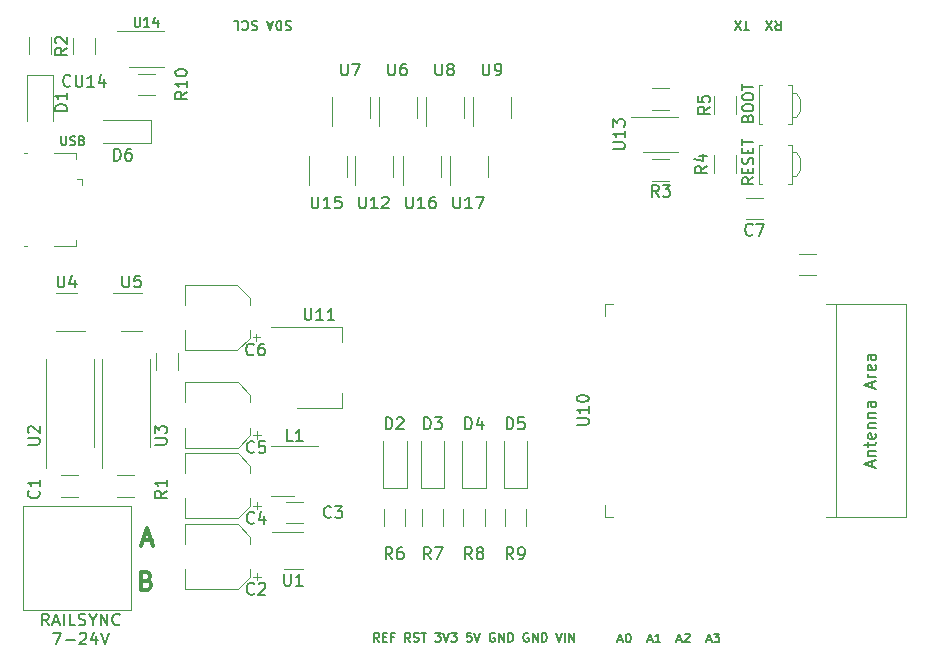
<source format=gbr>
%TF.GenerationSoftware,KiCad,Pcbnew,7.0.6*%
%TF.CreationDate,2023-12-30T20:12:09-05:00*%
%TF.ProjectId,Dynamo,44796e61-6d6f-42e6-9b69-6361645f7063,rev?*%
%TF.SameCoordinates,Original*%
%TF.FileFunction,Legend,Top*%
%TF.FilePolarity,Positive*%
%FSLAX46Y46*%
G04 Gerber Fmt 4.6, Leading zero omitted, Abs format (unit mm)*
G04 Created by KiCad (PCBNEW 7.0.6) date 2023-12-30 20:12:09*
%MOMM*%
%LPD*%
G01*
G04 APERTURE LIST*
%ADD10C,0.300000*%
%ADD11C,0.150000*%
%ADD12C,0.200000*%
%ADD13C,0.120000*%
G04 APERTURE END LIST*
D10*
X132304510Y-96765114D02*
X132518796Y-96836542D01*
X132518796Y-96836542D02*
X132590225Y-96907971D01*
X132590225Y-96907971D02*
X132661653Y-97050828D01*
X132661653Y-97050828D02*
X132661653Y-97265114D01*
X132661653Y-97265114D02*
X132590225Y-97407971D01*
X132590225Y-97407971D02*
X132518796Y-97479400D01*
X132518796Y-97479400D02*
X132375939Y-97550828D01*
X132375939Y-97550828D02*
X131804510Y-97550828D01*
X131804510Y-97550828D02*
X131804510Y-96050828D01*
X131804510Y-96050828D02*
X132304510Y-96050828D01*
X132304510Y-96050828D02*
X132447368Y-96122257D01*
X132447368Y-96122257D02*
X132518796Y-96193685D01*
X132518796Y-96193685D02*
X132590225Y-96336542D01*
X132590225Y-96336542D02*
X132590225Y-96479400D01*
X132590225Y-96479400D02*
X132518796Y-96622257D01*
X132518796Y-96622257D02*
X132447368Y-96693685D01*
X132447368Y-96693685D02*
X132304510Y-96765114D01*
X132304510Y-96765114D02*
X131804510Y-96765114D01*
D11*
X172199541Y-101794128D02*
X172556684Y-101794128D01*
X172128112Y-102008414D02*
X172378112Y-101258414D01*
X172378112Y-101258414D02*
X172628112Y-102008414D01*
X173020969Y-101258414D02*
X173092398Y-101258414D01*
X173092398Y-101258414D02*
X173163826Y-101294128D01*
X173163826Y-101294128D02*
X173199541Y-101329842D01*
X173199541Y-101329842D02*
X173235255Y-101401271D01*
X173235255Y-101401271D02*
X173270969Y-101544128D01*
X173270969Y-101544128D02*
X173270969Y-101722700D01*
X173270969Y-101722700D02*
X173235255Y-101865557D01*
X173235255Y-101865557D02*
X173199541Y-101936985D01*
X173199541Y-101936985D02*
X173163826Y-101972700D01*
X173163826Y-101972700D02*
X173092398Y-102008414D01*
X173092398Y-102008414D02*
X173020969Y-102008414D01*
X173020969Y-102008414D02*
X172949541Y-101972700D01*
X172949541Y-101972700D02*
X172913826Y-101936985D01*
X172913826Y-101936985D02*
X172878112Y-101865557D01*
X172878112Y-101865557D02*
X172842398Y-101722700D01*
X172842398Y-101722700D02*
X172842398Y-101544128D01*
X172842398Y-101544128D02*
X172878112Y-101401271D01*
X172878112Y-101401271D02*
X172913826Y-101329842D01*
X172913826Y-101329842D02*
X172949541Y-101294128D01*
X172949541Y-101294128D02*
X173020969Y-101258414D01*
X174699542Y-101794128D02*
X175056685Y-101794128D01*
X174628113Y-102008414D02*
X174878113Y-101258414D01*
X174878113Y-101258414D02*
X175128113Y-102008414D01*
X175770970Y-102008414D02*
X175342399Y-102008414D01*
X175556684Y-102008414D02*
X175556684Y-101258414D01*
X175556684Y-101258414D02*
X175485256Y-101365557D01*
X175485256Y-101365557D02*
X175413827Y-101436985D01*
X175413827Y-101436985D02*
X175342399Y-101472700D01*
X177199543Y-101794128D02*
X177556686Y-101794128D01*
X177128114Y-102008414D02*
X177378114Y-101258414D01*
X177378114Y-101258414D02*
X177628114Y-102008414D01*
X177842400Y-101329842D02*
X177878114Y-101294128D01*
X177878114Y-101294128D02*
X177949543Y-101258414D01*
X177949543Y-101258414D02*
X178128114Y-101258414D01*
X178128114Y-101258414D02*
X178199543Y-101294128D01*
X178199543Y-101294128D02*
X178235257Y-101329842D01*
X178235257Y-101329842D02*
X178270971Y-101401271D01*
X178270971Y-101401271D02*
X178270971Y-101472700D01*
X178270971Y-101472700D02*
X178235257Y-101579842D01*
X178235257Y-101579842D02*
X177806685Y-102008414D01*
X177806685Y-102008414D02*
X178270971Y-102008414D01*
X179699544Y-101794128D02*
X180056687Y-101794128D01*
X179628115Y-102008414D02*
X179878115Y-101258414D01*
X179878115Y-101258414D02*
X180128115Y-102008414D01*
X180306686Y-101258414D02*
X180770972Y-101258414D01*
X180770972Y-101258414D02*
X180520972Y-101544128D01*
X180520972Y-101544128D02*
X180628115Y-101544128D01*
X180628115Y-101544128D02*
X180699544Y-101579842D01*
X180699544Y-101579842D02*
X180735258Y-101615557D01*
X180735258Y-101615557D02*
X180770972Y-101686985D01*
X180770972Y-101686985D02*
X180770972Y-101865557D01*
X180770972Y-101865557D02*
X180735258Y-101936985D01*
X180735258Y-101936985D02*
X180699544Y-101972700D01*
X180699544Y-101972700D02*
X180628115Y-102008414D01*
X180628115Y-102008414D02*
X180413829Y-102008414D01*
X180413829Y-102008414D02*
X180342401Y-101972700D01*
X180342401Y-101972700D02*
X180306686Y-101936985D01*
X185503696Y-49355704D02*
X185770363Y-49736657D01*
X185960839Y-49355704D02*
X185960839Y-50155704D01*
X185960839Y-50155704D02*
X185656077Y-50155704D01*
X185656077Y-50155704D02*
X185579887Y-50117609D01*
X185579887Y-50117609D02*
X185541792Y-50079514D01*
X185541792Y-50079514D02*
X185503696Y-50003323D01*
X185503696Y-50003323D02*
X185503696Y-49889038D01*
X185503696Y-49889038D02*
X185541792Y-49812847D01*
X185541792Y-49812847D02*
X185579887Y-49774752D01*
X185579887Y-49774752D02*
X185656077Y-49736657D01*
X185656077Y-49736657D02*
X185960839Y-49736657D01*
X185237030Y-50155704D02*
X184703696Y-49355704D01*
X184703696Y-50155704D02*
X185237030Y-49355704D01*
X183294172Y-50155704D02*
X182837029Y-50155704D01*
X183065601Y-49355704D02*
X183065601Y-50155704D01*
X182646553Y-50155704D02*
X182113219Y-49355704D01*
X182113219Y-50155704D02*
X182646553Y-49355704D01*
X125053571Y-59150414D02*
X125053571Y-59757557D01*
X125053571Y-59757557D02*
X125089285Y-59828985D01*
X125089285Y-59828985D02*
X125125000Y-59864700D01*
X125125000Y-59864700D02*
X125196428Y-59900414D01*
X125196428Y-59900414D02*
X125339285Y-59900414D01*
X125339285Y-59900414D02*
X125410714Y-59864700D01*
X125410714Y-59864700D02*
X125446428Y-59828985D01*
X125446428Y-59828985D02*
X125482142Y-59757557D01*
X125482142Y-59757557D02*
X125482142Y-59150414D01*
X125803571Y-59864700D02*
X125910714Y-59900414D01*
X125910714Y-59900414D02*
X126089285Y-59900414D01*
X126089285Y-59900414D02*
X126160714Y-59864700D01*
X126160714Y-59864700D02*
X126196428Y-59828985D01*
X126196428Y-59828985D02*
X126232142Y-59757557D01*
X126232142Y-59757557D02*
X126232142Y-59686128D01*
X126232142Y-59686128D02*
X126196428Y-59614700D01*
X126196428Y-59614700D02*
X126160714Y-59578985D01*
X126160714Y-59578985D02*
X126089285Y-59543271D01*
X126089285Y-59543271D02*
X125946428Y-59507557D01*
X125946428Y-59507557D02*
X125874999Y-59471842D01*
X125874999Y-59471842D02*
X125839285Y-59436128D01*
X125839285Y-59436128D02*
X125803571Y-59364700D01*
X125803571Y-59364700D02*
X125803571Y-59293271D01*
X125803571Y-59293271D02*
X125839285Y-59221842D01*
X125839285Y-59221842D02*
X125874999Y-59186128D01*
X125874999Y-59186128D02*
X125946428Y-59150414D01*
X125946428Y-59150414D02*
X126124999Y-59150414D01*
X126124999Y-59150414D02*
X126232142Y-59186128D01*
X126803571Y-59507557D02*
X126910714Y-59543271D01*
X126910714Y-59543271D02*
X126946428Y-59578985D01*
X126946428Y-59578985D02*
X126982142Y-59650414D01*
X126982142Y-59650414D02*
X126982142Y-59757557D01*
X126982142Y-59757557D02*
X126946428Y-59828985D01*
X126946428Y-59828985D02*
X126910714Y-59864700D01*
X126910714Y-59864700D02*
X126839285Y-59900414D01*
X126839285Y-59900414D02*
X126553571Y-59900414D01*
X126553571Y-59900414D02*
X126553571Y-59150414D01*
X126553571Y-59150414D02*
X126803571Y-59150414D01*
X126803571Y-59150414D02*
X126875000Y-59186128D01*
X126875000Y-59186128D02*
X126910714Y-59221842D01*
X126910714Y-59221842D02*
X126946428Y-59293271D01*
X126946428Y-59293271D02*
X126946428Y-59364700D01*
X126946428Y-59364700D02*
X126910714Y-59436128D01*
X126910714Y-59436128D02*
X126875000Y-59471842D01*
X126875000Y-59471842D02*
X126803571Y-59507557D01*
X126803571Y-59507557D02*
X126553571Y-59507557D01*
X124009523Y-100559819D02*
X123676190Y-100083628D01*
X123438095Y-100559819D02*
X123438095Y-99559819D01*
X123438095Y-99559819D02*
X123819047Y-99559819D01*
X123819047Y-99559819D02*
X123914285Y-99607438D01*
X123914285Y-99607438D02*
X123961904Y-99655057D01*
X123961904Y-99655057D02*
X124009523Y-99750295D01*
X124009523Y-99750295D02*
X124009523Y-99893152D01*
X124009523Y-99893152D02*
X123961904Y-99988390D01*
X123961904Y-99988390D02*
X123914285Y-100036009D01*
X123914285Y-100036009D02*
X123819047Y-100083628D01*
X123819047Y-100083628D02*
X123438095Y-100083628D01*
X124390476Y-100274104D02*
X124866666Y-100274104D01*
X124295238Y-100559819D02*
X124628571Y-99559819D01*
X124628571Y-99559819D02*
X124961904Y-100559819D01*
X125295238Y-100559819D02*
X125295238Y-99559819D01*
X126247618Y-100559819D02*
X125771428Y-100559819D01*
X125771428Y-100559819D02*
X125771428Y-99559819D01*
X126533333Y-100512200D02*
X126676190Y-100559819D01*
X126676190Y-100559819D02*
X126914285Y-100559819D01*
X126914285Y-100559819D02*
X127009523Y-100512200D01*
X127009523Y-100512200D02*
X127057142Y-100464580D01*
X127057142Y-100464580D02*
X127104761Y-100369342D01*
X127104761Y-100369342D02*
X127104761Y-100274104D01*
X127104761Y-100274104D02*
X127057142Y-100178866D01*
X127057142Y-100178866D02*
X127009523Y-100131247D01*
X127009523Y-100131247D02*
X126914285Y-100083628D01*
X126914285Y-100083628D02*
X126723809Y-100036009D01*
X126723809Y-100036009D02*
X126628571Y-99988390D01*
X126628571Y-99988390D02*
X126580952Y-99940771D01*
X126580952Y-99940771D02*
X126533333Y-99845533D01*
X126533333Y-99845533D02*
X126533333Y-99750295D01*
X126533333Y-99750295D02*
X126580952Y-99655057D01*
X126580952Y-99655057D02*
X126628571Y-99607438D01*
X126628571Y-99607438D02*
X126723809Y-99559819D01*
X126723809Y-99559819D02*
X126961904Y-99559819D01*
X126961904Y-99559819D02*
X127104761Y-99607438D01*
X127723809Y-100083628D02*
X127723809Y-100559819D01*
X127390476Y-99559819D02*
X127723809Y-100083628D01*
X127723809Y-100083628D02*
X128057142Y-99559819D01*
X128390476Y-100559819D02*
X128390476Y-99559819D01*
X128390476Y-99559819D02*
X128961904Y-100559819D01*
X128961904Y-100559819D02*
X128961904Y-99559819D01*
X130009523Y-100464580D02*
X129961904Y-100512200D01*
X129961904Y-100512200D02*
X129819047Y-100559819D01*
X129819047Y-100559819D02*
X129723809Y-100559819D01*
X129723809Y-100559819D02*
X129580952Y-100512200D01*
X129580952Y-100512200D02*
X129485714Y-100416961D01*
X129485714Y-100416961D02*
X129438095Y-100321723D01*
X129438095Y-100321723D02*
X129390476Y-100131247D01*
X129390476Y-100131247D02*
X129390476Y-99988390D01*
X129390476Y-99988390D02*
X129438095Y-99797914D01*
X129438095Y-99797914D02*
X129485714Y-99702676D01*
X129485714Y-99702676D02*
X129580952Y-99607438D01*
X129580952Y-99607438D02*
X129723809Y-99559819D01*
X129723809Y-99559819D02*
X129819047Y-99559819D01*
X129819047Y-99559819D02*
X129961904Y-99607438D01*
X129961904Y-99607438D02*
X130009523Y-99655057D01*
X124366667Y-101169819D02*
X125033333Y-101169819D01*
X125033333Y-101169819D02*
X124604762Y-102169819D01*
X125414286Y-101788866D02*
X126176191Y-101788866D01*
X126604762Y-101265057D02*
X126652381Y-101217438D01*
X126652381Y-101217438D02*
X126747619Y-101169819D01*
X126747619Y-101169819D02*
X126985714Y-101169819D01*
X126985714Y-101169819D02*
X127080952Y-101217438D01*
X127080952Y-101217438D02*
X127128571Y-101265057D01*
X127128571Y-101265057D02*
X127176190Y-101360295D01*
X127176190Y-101360295D02*
X127176190Y-101455533D01*
X127176190Y-101455533D02*
X127128571Y-101598390D01*
X127128571Y-101598390D02*
X126557143Y-102169819D01*
X126557143Y-102169819D02*
X127176190Y-102169819D01*
X128033333Y-101503152D02*
X128033333Y-102169819D01*
X127795238Y-101122200D02*
X127557143Y-101836485D01*
X127557143Y-101836485D02*
X128176190Y-101836485D01*
X128414286Y-101169819D02*
X128747619Y-102169819D01*
X128747619Y-102169819D02*
X129080952Y-101169819D01*
D12*
X183158028Y-57604136D02*
X183200885Y-57475564D01*
X183200885Y-57475564D02*
X183243742Y-57432707D01*
X183243742Y-57432707D02*
X183329457Y-57389850D01*
X183329457Y-57389850D02*
X183458028Y-57389850D01*
X183458028Y-57389850D02*
X183543742Y-57432707D01*
X183543742Y-57432707D02*
X183586600Y-57475564D01*
X183586600Y-57475564D02*
X183629457Y-57561279D01*
X183629457Y-57561279D02*
X183629457Y-57904136D01*
X183629457Y-57904136D02*
X182729457Y-57904136D01*
X182729457Y-57904136D02*
X182729457Y-57604136D01*
X182729457Y-57604136D02*
X182772314Y-57518422D01*
X182772314Y-57518422D02*
X182815171Y-57475564D01*
X182815171Y-57475564D02*
X182900885Y-57432707D01*
X182900885Y-57432707D02*
X182986600Y-57432707D01*
X182986600Y-57432707D02*
X183072314Y-57475564D01*
X183072314Y-57475564D02*
X183115171Y-57518422D01*
X183115171Y-57518422D02*
X183158028Y-57604136D01*
X183158028Y-57604136D02*
X183158028Y-57904136D01*
X182729457Y-56832707D02*
X182729457Y-56661279D01*
X182729457Y-56661279D02*
X182772314Y-56575564D01*
X182772314Y-56575564D02*
X182858028Y-56489850D01*
X182858028Y-56489850D02*
X183029457Y-56446993D01*
X183029457Y-56446993D02*
X183329457Y-56446993D01*
X183329457Y-56446993D02*
X183500885Y-56489850D01*
X183500885Y-56489850D02*
X183586600Y-56575564D01*
X183586600Y-56575564D02*
X183629457Y-56661279D01*
X183629457Y-56661279D02*
X183629457Y-56832707D01*
X183629457Y-56832707D02*
X183586600Y-56918422D01*
X183586600Y-56918422D02*
X183500885Y-57004136D01*
X183500885Y-57004136D02*
X183329457Y-57046993D01*
X183329457Y-57046993D02*
X183029457Y-57046993D01*
X183029457Y-57046993D02*
X182858028Y-57004136D01*
X182858028Y-57004136D02*
X182772314Y-56918422D01*
X182772314Y-56918422D02*
X182729457Y-56832707D01*
X182729457Y-55889850D02*
X182729457Y-55718422D01*
X182729457Y-55718422D02*
X182772314Y-55632707D01*
X182772314Y-55632707D02*
X182858028Y-55546993D01*
X182858028Y-55546993D02*
X183029457Y-55504136D01*
X183029457Y-55504136D02*
X183329457Y-55504136D01*
X183329457Y-55504136D02*
X183500885Y-55546993D01*
X183500885Y-55546993D02*
X183586600Y-55632707D01*
X183586600Y-55632707D02*
X183629457Y-55718422D01*
X183629457Y-55718422D02*
X183629457Y-55889850D01*
X183629457Y-55889850D02*
X183586600Y-55975565D01*
X183586600Y-55975565D02*
X183500885Y-56061279D01*
X183500885Y-56061279D02*
X183329457Y-56104136D01*
X183329457Y-56104136D02*
X183029457Y-56104136D01*
X183029457Y-56104136D02*
X182858028Y-56061279D01*
X182858028Y-56061279D02*
X182772314Y-55975565D01*
X182772314Y-55975565D02*
X182729457Y-55889850D01*
X182729457Y-55246993D02*
X182729457Y-54732708D01*
X183629457Y-54989850D02*
X182729457Y-54989850D01*
D11*
X144498935Y-49419800D02*
X144384649Y-49381704D01*
X144384649Y-49381704D02*
X144194173Y-49381704D01*
X144194173Y-49381704D02*
X144117982Y-49419800D01*
X144117982Y-49419800D02*
X144079887Y-49457895D01*
X144079887Y-49457895D02*
X144041792Y-49534085D01*
X144041792Y-49534085D02*
X144041792Y-49610276D01*
X144041792Y-49610276D02*
X144079887Y-49686466D01*
X144079887Y-49686466D02*
X144117982Y-49724561D01*
X144117982Y-49724561D02*
X144194173Y-49762657D01*
X144194173Y-49762657D02*
X144346554Y-49800752D01*
X144346554Y-49800752D02*
X144422744Y-49838847D01*
X144422744Y-49838847D02*
X144460839Y-49876942D01*
X144460839Y-49876942D02*
X144498935Y-49953133D01*
X144498935Y-49953133D02*
X144498935Y-50029323D01*
X144498935Y-50029323D02*
X144460839Y-50105514D01*
X144460839Y-50105514D02*
X144422744Y-50143609D01*
X144422744Y-50143609D02*
X144346554Y-50181704D01*
X144346554Y-50181704D02*
X144156077Y-50181704D01*
X144156077Y-50181704D02*
X144041792Y-50143609D01*
X143698934Y-49381704D02*
X143698934Y-50181704D01*
X143698934Y-50181704D02*
X143508458Y-50181704D01*
X143508458Y-50181704D02*
X143394172Y-50143609D01*
X143394172Y-50143609D02*
X143317982Y-50067419D01*
X143317982Y-50067419D02*
X143279887Y-49991228D01*
X143279887Y-49991228D02*
X143241791Y-49838847D01*
X143241791Y-49838847D02*
X143241791Y-49724561D01*
X143241791Y-49724561D02*
X143279887Y-49572180D01*
X143279887Y-49572180D02*
X143317982Y-49495990D01*
X143317982Y-49495990D02*
X143394172Y-49419800D01*
X143394172Y-49419800D02*
X143508458Y-49381704D01*
X143508458Y-49381704D02*
X143698934Y-49381704D01*
X142937030Y-49610276D02*
X142556077Y-49610276D01*
X143013220Y-49381704D02*
X142746553Y-50181704D01*
X142746553Y-50181704D02*
X142479887Y-49381704D01*
X141641792Y-49419800D02*
X141527506Y-49381704D01*
X141527506Y-49381704D02*
X141337030Y-49381704D01*
X141337030Y-49381704D02*
X141260839Y-49419800D01*
X141260839Y-49419800D02*
X141222744Y-49457895D01*
X141222744Y-49457895D02*
X141184649Y-49534085D01*
X141184649Y-49534085D02*
X141184649Y-49610276D01*
X141184649Y-49610276D02*
X141222744Y-49686466D01*
X141222744Y-49686466D02*
X141260839Y-49724561D01*
X141260839Y-49724561D02*
X141337030Y-49762657D01*
X141337030Y-49762657D02*
X141489411Y-49800752D01*
X141489411Y-49800752D02*
X141565601Y-49838847D01*
X141565601Y-49838847D02*
X141603696Y-49876942D01*
X141603696Y-49876942D02*
X141641792Y-49953133D01*
X141641792Y-49953133D02*
X141641792Y-50029323D01*
X141641792Y-50029323D02*
X141603696Y-50105514D01*
X141603696Y-50105514D02*
X141565601Y-50143609D01*
X141565601Y-50143609D02*
X141489411Y-50181704D01*
X141489411Y-50181704D02*
X141298934Y-50181704D01*
X141298934Y-50181704D02*
X141184649Y-50143609D01*
X140384648Y-49457895D02*
X140422744Y-49419800D01*
X140422744Y-49419800D02*
X140537029Y-49381704D01*
X140537029Y-49381704D02*
X140613220Y-49381704D01*
X140613220Y-49381704D02*
X140727506Y-49419800D01*
X140727506Y-49419800D02*
X140803696Y-49495990D01*
X140803696Y-49495990D02*
X140841791Y-49572180D01*
X140841791Y-49572180D02*
X140879887Y-49724561D01*
X140879887Y-49724561D02*
X140879887Y-49838847D01*
X140879887Y-49838847D02*
X140841791Y-49991228D01*
X140841791Y-49991228D02*
X140803696Y-50067419D01*
X140803696Y-50067419D02*
X140727506Y-50143609D01*
X140727506Y-50143609D02*
X140613220Y-50181704D01*
X140613220Y-50181704D02*
X140537029Y-50181704D01*
X140537029Y-50181704D02*
X140422744Y-50143609D01*
X140422744Y-50143609D02*
X140384648Y-50105514D01*
X139660839Y-49381704D02*
X140041791Y-49381704D01*
X140041791Y-49381704D02*
X140041791Y-50181704D01*
D10*
X131983082Y-93372257D02*
X132697368Y-93372257D01*
X131840225Y-93800828D02*
X132340225Y-92300828D01*
X132340225Y-92300828D02*
X132840225Y-93800828D01*
D12*
X183629457Y-62639850D02*
X183200885Y-62939850D01*
X183629457Y-63154136D02*
X182729457Y-63154136D01*
X182729457Y-63154136D02*
X182729457Y-62811279D01*
X182729457Y-62811279D02*
X182772314Y-62725564D01*
X182772314Y-62725564D02*
X182815171Y-62682707D01*
X182815171Y-62682707D02*
X182900885Y-62639850D01*
X182900885Y-62639850D02*
X183029457Y-62639850D01*
X183029457Y-62639850D02*
X183115171Y-62682707D01*
X183115171Y-62682707D02*
X183158028Y-62725564D01*
X183158028Y-62725564D02*
X183200885Y-62811279D01*
X183200885Y-62811279D02*
X183200885Y-63154136D01*
X183158028Y-62254136D02*
X183158028Y-61954136D01*
X183629457Y-61825564D02*
X183629457Y-62254136D01*
X183629457Y-62254136D02*
X182729457Y-62254136D01*
X182729457Y-62254136D02*
X182729457Y-61825564D01*
X183586600Y-61482707D02*
X183629457Y-61354136D01*
X183629457Y-61354136D02*
X183629457Y-61139850D01*
X183629457Y-61139850D02*
X183586600Y-61054136D01*
X183586600Y-61054136D02*
X183543742Y-61011278D01*
X183543742Y-61011278D02*
X183458028Y-60968421D01*
X183458028Y-60968421D02*
X183372314Y-60968421D01*
X183372314Y-60968421D02*
X183286600Y-61011278D01*
X183286600Y-61011278D02*
X183243742Y-61054136D01*
X183243742Y-61054136D02*
X183200885Y-61139850D01*
X183200885Y-61139850D02*
X183158028Y-61311278D01*
X183158028Y-61311278D02*
X183115171Y-61396993D01*
X183115171Y-61396993D02*
X183072314Y-61439850D01*
X183072314Y-61439850D02*
X182986600Y-61482707D01*
X182986600Y-61482707D02*
X182900885Y-61482707D01*
X182900885Y-61482707D02*
X182815171Y-61439850D01*
X182815171Y-61439850D02*
X182772314Y-61396993D01*
X182772314Y-61396993D02*
X182729457Y-61311278D01*
X182729457Y-61311278D02*
X182729457Y-61096993D01*
X182729457Y-61096993D02*
X182772314Y-60968421D01*
X183158028Y-60582707D02*
X183158028Y-60282707D01*
X183629457Y-60154135D02*
X183629457Y-60582707D01*
X183629457Y-60582707D02*
X182729457Y-60582707D01*
X182729457Y-60582707D02*
X182729457Y-60154135D01*
X182729457Y-59896992D02*
X182729457Y-59382707D01*
X183629457Y-59639849D02*
X182729457Y-59639849D01*
D11*
X151955826Y-101950414D02*
X151705826Y-101593271D01*
X151527255Y-101950414D02*
X151527255Y-101200414D01*
X151527255Y-101200414D02*
X151812969Y-101200414D01*
X151812969Y-101200414D02*
X151884398Y-101236128D01*
X151884398Y-101236128D02*
X151920112Y-101271842D01*
X151920112Y-101271842D02*
X151955826Y-101343271D01*
X151955826Y-101343271D02*
X151955826Y-101450414D01*
X151955826Y-101450414D02*
X151920112Y-101521842D01*
X151920112Y-101521842D02*
X151884398Y-101557557D01*
X151884398Y-101557557D02*
X151812969Y-101593271D01*
X151812969Y-101593271D02*
X151527255Y-101593271D01*
X152277255Y-101557557D02*
X152527255Y-101557557D01*
X152634398Y-101950414D02*
X152277255Y-101950414D01*
X152277255Y-101950414D02*
X152277255Y-101200414D01*
X152277255Y-101200414D02*
X152634398Y-101200414D01*
X153205826Y-101557557D02*
X152955826Y-101557557D01*
X152955826Y-101950414D02*
X152955826Y-101200414D01*
X152955826Y-101200414D02*
X153312969Y-101200414D01*
X154598683Y-101950414D02*
X154348683Y-101593271D01*
X154170112Y-101950414D02*
X154170112Y-101200414D01*
X154170112Y-101200414D02*
X154455826Y-101200414D01*
X154455826Y-101200414D02*
X154527255Y-101236128D01*
X154527255Y-101236128D02*
X154562969Y-101271842D01*
X154562969Y-101271842D02*
X154598683Y-101343271D01*
X154598683Y-101343271D02*
X154598683Y-101450414D01*
X154598683Y-101450414D02*
X154562969Y-101521842D01*
X154562969Y-101521842D02*
X154527255Y-101557557D01*
X154527255Y-101557557D02*
X154455826Y-101593271D01*
X154455826Y-101593271D02*
X154170112Y-101593271D01*
X154884398Y-101914700D02*
X154991541Y-101950414D01*
X154991541Y-101950414D02*
X155170112Y-101950414D01*
X155170112Y-101950414D02*
X155241541Y-101914700D01*
X155241541Y-101914700D02*
X155277255Y-101878985D01*
X155277255Y-101878985D02*
X155312969Y-101807557D01*
X155312969Y-101807557D02*
X155312969Y-101736128D01*
X155312969Y-101736128D02*
X155277255Y-101664700D01*
X155277255Y-101664700D02*
X155241541Y-101628985D01*
X155241541Y-101628985D02*
X155170112Y-101593271D01*
X155170112Y-101593271D02*
X155027255Y-101557557D01*
X155027255Y-101557557D02*
X154955826Y-101521842D01*
X154955826Y-101521842D02*
X154920112Y-101486128D01*
X154920112Y-101486128D02*
X154884398Y-101414700D01*
X154884398Y-101414700D02*
X154884398Y-101343271D01*
X154884398Y-101343271D02*
X154920112Y-101271842D01*
X154920112Y-101271842D02*
X154955826Y-101236128D01*
X154955826Y-101236128D02*
X155027255Y-101200414D01*
X155027255Y-101200414D02*
X155205826Y-101200414D01*
X155205826Y-101200414D02*
X155312969Y-101236128D01*
X155527255Y-101200414D02*
X155955827Y-101200414D01*
X155741541Y-101950414D02*
X155741541Y-101200414D01*
X156705827Y-101200414D02*
X157170113Y-101200414D01*
X157170113Y-101200414D02*
X156920113Y-101486128D01*
X156920113Y-101486128D02*
X157027256Y-101486128D01*
X157027256Y-101486128D02*
X157098685Y-101521842D01*
X157098685Y-101521842D02*
X157134399Y-101557557D01*
X157134399Y-101557557D02*
X157170113Y-101628985D01*
X157170113Y-101628985D02*
X157170113Y-101807557D01*
X157170113Y-101807557D02*
X157134399Y-101878985D01*
X157134399Y-101878985D02*
X157098685Y-101914700D01*
X157098685Y-101914700D02*
X157027256Y-101950414D01*
X157027256Y-101950414D02*
X156812970Y-101950414D01*
X156812970Y-101950414D02*
X156741542Y-101914700D01*
X156741542Y-101914700D02*
X156705827Y-101878985D01*
X157384399Y-101200414D02*
X157634399Y-101950414D01*
X157634399Y-101950414D02*
X157884399Y-101200414D01*
X158062970Y-101200414D02*
X158527256Y-101200414D01*
X158527256Y-101200414D02*
X158277256Y-101486128D01*
X158277256Y-101486128D02*
X158384399Y-101486128D01*
X158384399Y-101486128D02*
X158455828Y-101521842D01*
X158455828Y-101521842D02*
X158491542Y-101557557D01*
X158491542Y-101557557D02*
X158527256Y-101628985D01*
X158527256Y-101628985D02*
X158527256Y-101807557D01*
X158527256Y-101807557D02*
X158491542Y-101878985D01*
X158491542Y-101878985D02*
X158455828Y-101914700D01*
X158455828Y-101914700D02*
X158384399Y-101950414D01*
X158384399Y-101950414D02*
X158170113Y-101950414D01*
X158170113Y-101950414D02*
X158098685Y-101914700D01*
X158098685Y-101914700D02*
X158062970Y-101878985D01*
X159777257Y-101200414D02*
X159420114Y-101200414D01*
X159420114Y-101200414D02*
X159384400Y-101557557D01*
X159384400Y-101557557D02*
X159420114Y-101521842D01*
X159420114Y-101521842D02*
X159491543Y-101486128D01*
X159491543Y-101486128D02*
X159670114Y-101486128D01*
X159670114Y-101486128D02*
X159741543Y-101521842D01*
X159741543Y-101521842D02*
X159777257Y-101557557D01*
X159777257Y-101557557D02*
X159812971Y-101628985D01*
X159812971Y-101628985D02*
X159812971Y-101807557D01*
X159812971Y-101807557D02*
X159777257Y-101878985D01*
X159777257Y-101878985D02*
X159741543Y-101914700D01*
X159741543Y-101914700D02*
X159670114Y-101950414D01*
X159670114Y-101950414D02*
X159491543Y-101950414D01*
X159491543Y-101950414D02*
X159420114Y-101914700D01*
X159420114Y-101914700D02*
X159384400Y-101878985D01*
X160027257Y-101200414D02*
X160277257Y-101950414D01*
X160277257Y-101950414D02*
X160527257Y-101200414D01*
X161741543Y-101236128D02*
X161670115Y-101200414D01*
X161670115Y-101200414D02*
X161562972Y-101200414D01*
X161562972Y-101200414D02*
X161455829Y-101236128D01*
X161455829Y-101236128D02*
X161384400Y-101307557D01*
X161384400Y-101307557D02*
X161348686Y-101378985D01*
X161348686Y-101378985D02*
X161312972Y-101521842D01*
X161312972Y-101521842D02*
X161312972Y-101628985D01*
X161312972Y-101628985D02*
X161348686Y-101771842D01*
X161348686Y-101771842D02*
X161384400Y-101843271D01*
X161384400Y-101843271D02*
X161455829Y-101914700D01*
X161455829Y-101914700D02*
X161562972Y-101950414D01*
X161562972Y-101950414D02*
X161634400Y-101950414D01*
X161634400Y-101950414D02*
X161741543Y-101914700D01*
X161741543Y-101914700D02*
X161777257Y-101878985D01*
X161777257Y-101878985D02*
X161777257Y-101628985D01*
X161777257Y-101628985D02*
X161634400Y-101628985D01*
X162098686Y-101950414D02*
X162098686Y-101200414D01*
X162098686Y-101200414D02*
X162527257Y-101950414D01*
X162527257Y-101950414D02*
X162527257Y-101200414D01*
X162884400Y-101950414D02*
X162884400Y-101200414D01*
X162884400Y-101200414D02*
X163062971Y-101200414D01*
X163062971Y-101200414D02*
X163170114Y-101236128D01*
X163170114Y-101236128D02*
X163241543Y-101307557D01*
X163241543Y-101307557D02*
X163277257Y-101378985D01*
X163277257Y-101378985D02*
X163312971Y-101521842D01*
X163312971Y-101521842D02*
X163312971Y-101628985D01*
X163312971Y-101628985D02*
X163277257Y-101771842D01*
X163277257Y-101771842D02*
X163241543Y-101843271D01*
X163241543Y-101843271D02*
X163170114Y-101914700D01*
X163170114Y-101914700D02*
X163062971Y-101950414D01*
X163062971Y-101950414D02*
X162884400Y-101950414D01*
X164598686Y-101236128D02*
X164527258Y-101200414D01*
X164527258Y-101200414D02*
X164420115Y-101200414D01*
X164420115Y-101200414D02*
X164312972Y-101236128D01*
X164312972Y-101236128D02*
X164241543Y-101307557D01*
X164241543Y-101307557D02*
X164205829Y-101378985D01*
X164205829Y-101378985D02*
X164170115Y-101521842D01*
X164170115Y-101521842D02*
X164170115Y-101628985D01*
X164170115Y-101628985D02*
X164205829Y-101771842D01*
X164205829Y-101771842D02*
X164241543Y-101843271D01*
X164241543Y-101843271D02*
X164312972Y-101914700D01*
X164312972Y-101914700D02*
X164420115Y-101950414D01*
X164420115Y-101950414D02*
X164491543Y-101950414D01*
X164491543Y-101950414D02*
X164598686Y-101914700D01*
X164598686Y-101914700D02*
X164634400Y-101878985D01*
X164634400Y-101878985D02*
X164634400Y-101628985D01*
X164634400Y-101628985D02*
X164491543Y-101628985D01*
X164955829Y-101950414D02*
X164955829Y-101200414D01*
X164955829Y-101200414D02*
X165384400Y-101950414D01*
X165384400Y-101950414D02*
X165384400Y-101200414D01*
X165741543Y-101950414D02*
X165741543Y-101200414D01*
X165741543Y-101200414D02*
X165920114Y-101200414D01*
X165920114Y-101200414D02*
X166027257Y-101236128D01*
X166027257Y-101236128D02*
X166098686Y-101307557D01*
X166098686Y-101307557D02*
X166134400Y-101378985D01*
X166134400Y-101378985D02*
X166170114Y-101521842D01*
X166170114Y-101521842D02*
X166170114Y-101628985D01*
X166170114Y-101628985D02*
X166134400Y-101771842D01*
X166134400Y-101771842D02*
X166098686Y-101843271D01*
X166098686Y-101843271D02*
X166027257Y-101914700D01*
X166027257Y-101914700D02*
X165920114Y-101950414D01*
X165920114Y-101950414D02*
X165741543Y-101950414D01*
X166955829Y-101200414D02*
X167205829Y-101950414D01*
X167205829Y-101950414D02*
X167455829Y-101200414D01*
X167705829Y-101950414D02*
X167705829Y-101200414D01*
X168062972Y-101950414D02*
X168062972Y-101200414D01*
X168062972Y-101200414D02*
X168491543Y-101950414D01*
X168491543Y-101950414D02*
X168491543Y-101200414D01*
X152738095Y-53004819D02*
X152738095Y-53814342D01*
X152738095Y-53814342D02*
X152785714Y-53909580D01*
X152785714Y-53909580D02*
X152833333Y-53957200D01*
X152833333Y-53957200D02*
X152928571Y-54004819D01*
X152928571Y-54004819D02*
X153119047Y-54004819D01*
X153119047Y-54004819D02*
X153214285Y-53957200D01*
X153214285Y-53957200D02*
X153261904Y-53909580D01*
X153261904Y-53909580D02*
X153309523Y-53814342D01*
X153309523Y-53814342D02*
X153309523Y-53004819D01*
X154214285Y-53004819D02*
X154023809Y-53004819D01*
X154023809Y-53004819D02*
X153928571Y-53052438D01*
X153928571Y-53052438D02*
X153880952Y-53100057D01*
X153880952Y-53100057D02*
X153785714Y-53242914D01*
X153785714Y-53242914D02*
X153738095Y-53433390D01*
X153738095Y-53433390D02*
X153738095Y-53814342D01*
X153738095Y-53814342D02*
X153785714Y-53909580D01*
X153785714Y-53909580D02*
X153833333Y-53957200D01*
X153833333Y-53957200D02*
X153928571Y-54004819D01*
X153928571Y-54004819D02*
X154119047Y-54004819D01*
X154119047Y-54004819D02*
X154214285Y-53957200D01*
X154214285Y-53957200D02*
X154261904Y-53909580D01*
X154261904Y-53909580D02*
X154309523Y-53814342D01*
X154309523Y-53814342D02*
X154309523Y-53576247D01*
X154309523Y-53576247D02*
X154261904Y-53481009D01*
X154261904Y-53481009D02*
X154214285Y-53433390D01*
X154214285Y-53433390D02*
X154119047Y-53385771D01*
X154119047Y-53385771D02*
X153928571Y-53385771D01*
X153928571Y-53385771D02*
X153833333Y-53433390D01*
X153833333Y-53433390D02*
X153785714Y-53481009D01*
X153785714Y-53481009D02*
X153738095Y-53576247D01*
X175633333Y-64274819D02*
X175300000Y-63798628D01*
X175061905Y-64274819D02*
X175061905Y-63274819D01*
X175061905Y-63274819D02*
X175442857Y-63274819D01*
X175442857Y-63274819D02*
X175538095Y-63322438D01*
X175538095Y-63322438D02*
X175585714Y-63370057D01*
X175585714Y-63370057D02*
X175633333Y-63465295D01*
X175633333Y-63465295D02*
X175633333Y-63608152D01*
X175633333Y-63608152D02*
X175585714Y-63703390D01*
X175585714Y-63703390D02*
X175538095Y-63751009D01*
X175538095Y-63751009D02*
X175442857Y-63798628D01*
X175442857Y-63798628D02*
X175061905Y-63798628D01*
X175966667Y-63274819D02*
X176585714Y-63274819D01*
X176585714Y-63274819D02*
X176252381Y-63655771D01*
X176252381Y-63655771D02*
X176395238Y-63655771D01*
X176395238Y-63655771D02*
X176490476Y-63703390D01*
X176490476Y-63703390D02*
X176538095Y-63751009D01*
X176538095Y-63751009D02*
X176585714Y-63846247D01*
X176585714Y-63846247D02*
X176585714Y-64084342D01*
X176585714Y-64084342D02*
X176538095Y-64179580D01*
X176538095Y-64179580D02*
X176490476Y-64227200D01*
X176490476Y-64227200D02*
X176395238Y-64274819D01*
X176395238Y-64274819D02*
X176109524Y-64274819D01*
X176109524Y-64274819D02*
X176014286Y-64227200D01*
X176014286Y-64227200D02*
X175966667Y-64179580D01*
X135704819Y-55392857D02*
X135228628Y-55726190D01*
X135704819Y-55964285D02*
X134704819Y-55964285D01*
X134704819Y-55964285D02*
X134704819Y-55583333D01*
X134704819Y-55583333D02*
X134752438Y-55488095D01*
X134752438Y-55488095D02*
X134800057Y-55440476D01*
X134800057Y-55440476D02*
X134895295Y-55392857D01*
X134895295Y-55392857D02*
X135038152Y-55392857D01*
X135038152Y-55392857D02*
X135133390Y-55440476D01*
X135133390Y-55440476D02*
X135181009Y-55488095D01*
X135181009Y-55488095D02*
X135228628Y-55583333D01*
X135228628Y-55583333D02*
X135228628Y-55964285D01*
X135704819Y-54440476D02*
X135704819Y-55011904D01*
X135704819Y-54726190D02*
X134704819Y-54726190D01*
X134704819Y-54726190D02*
X134847676Y-54821428D01*
X134847676Y-54821428D02*
X134942914Y-54916666D01*
X134942914Y-54916666D02*
X134990533Y-55011904D01*
X134704819Y-53821428D02*
X134704819Y-53726190D01*
X134704819Y-53726190D02*
X134752438Y-53630952D01*
X134752438Y-53630952D02*
X134800057Y-53583333D01*
X134800057Y-53583333D02*
X134895295Y-53535714D01*
X134895295Y-53535714D02*
X135085771Y-53488095D01*
X135085771Y-53488095D02*
X135323866Y-53488095D01*
X135323866Y-53488095D02*
X135514342Y-53535714D01*
X135514342Y-53535714D02*
X135609580Y-53583333D01*
X135609580Y-53583333D02*
X135657200Y-53630952D01*
X135657200Y-53630952D02*
X135704819Y-53726190D01*
X135704819Y-53726190D02*
X135704819Y-53821428D01*
X135704819Y-53821428D02*
X135657200Y-53916666D01*
X135657200Y-53916666D02*
X135609580Y-53964285D01*
X135609580Y-53964285D02*
X135514342Y-54011904D01*
X135514342Y-54011904D02*
X135323866Y-54059523D01*
X135323866Y-54059523D02*
X135085771Y-54059523D01*
X135085771Y-54059523D02*
X134895295Y-54011904D01*
X134895295Y-54011904D02*
X134800057Y-53964285D01*
X134800057Y-53964285D02*
X134752438Y-53916666D01*
X134752438Y-53916666D02*
X134704819Y-53821428D01*
X156333333Y-94954819D02*
X156000000Y-94478628D01*
X155761905Y-94954819D02*
X155761905Y-93954819D01*
X155761905Y-93954819D02*
X156142857Y-93954819D01*
X156142857Y-93954819D02*
X156238095Y-94002438D01*
X156238095Y-94002438D02*
X156285714Y-94050057D01*
X156285714Y-94050057D02*
X156333333Y-94145295D01*
X156333333Y-94145295D02*
X156333333Y-94288152D01*
X156333333Y-94288152D02*
X156285714Y-94383390D01*
X156285714Y-94383390D02*
X156238095Y-94431009D01*
X156238095Y-94431009D02*
X156142857Y-94478628D01*
X156142857Y-94478628D02*
X155761905Y-94478628D01*
X156666667Y-93954819D02*
X157333333Y-93954819D01*
X157333333Y-93954819D02*
X156904762Y-94954819D01*
X163333333Y-94954819D02*
X163000000Y-94478628D01*
X162761905Y-94954819D02*
X162761905Y-93954819D01*
X162761905Y-93954819D02*
X163142857Y-93954819D01*
X163142857Y-93954819D02*
X163238095Y-94002438D01*
X163238095Y-94002438D02*
X163285714Y-94050057D01*
X163285714Y-94050057D02*
X163333333Y-94145295D01*
X163333333Y-94145295D02*
X163333333Y-94288152D01*
X163333333Y-94288152D02*
X163285714Y-94383390D01*
X163285714Y-94383390D02*
X163238095Y-94431009D01*
X163238095Y-94431009D02*
X163142857Y-94478628D01*
X163142857Y-94478628D02*
X162761905Y-94478628D01*
X163809524Y-94954819D02*
X164000000Y-94954819D01*
X164000000Y-94954819D02*
X164095238Y-94907200D01*
X164095238Y-94907200D02*
X164142857Y-94859580D01*
X164142857Y-94859580D02*
X164238095Y-94716723D01*
X164238095Y-94716723D02*
X164285714Y-94526247D01*
X164285714Y-94526247D02*
X164285714Y-94145295D01*
X164285714Y-94145295D02*
X164238095Y-94050057D01*
X164238095Y-94050057D02*
X164190476Y-94002438D01*
X164190476Y-94002438D02*
X164095238Y-93954819D01*
X164095238Y-93954819D02*
X163904762Y-93954819D01*
X163904762Y-93954819D02*
X163809524Y-94002438D01*
X163809524Y-94002438D02*
X163761905Y-94050057D01*
X163761905Y-94050057D02*
X163714286Y-94145295D01*
X163714286Y-94145295D02*
X163714286Y-94383390D01*
X163714286Y-94383390D02*
X163761905Y-94478628D01*
X163761905Y-94478628D02*
X163809524Y-94526247D01*
X163809524Y-94526247D02*
X163904762Y-94573866D01*
X163904762Y-94573866D02*
X164095238Y-94573866D01*
X164095238Y-94573866D02*
X164190476Y-94526247D01*
X164190476Y-94526247D02*
X164238095Y-94478628D01*
X164238095Y-94478628D02*
X164285714Y-94383390D01*
X141383333Y-85859580D02*
X141335714Y-85907200D01*
X141335714Y-85907200D02*
X141192857Y-85954819D01*
X141192857Y-85954819D02*
X141097619Y-85954819D01*
X141097619Y-85954819D02*
X140954762Y-85907200D01*
X140954762Y-85907200D02*
X140859524Y-85811961D01*
X140859524Y-85811961D02*
X140811905Y-85716723D01*
X140811905Y-85716723D02*
X140764286Y-85526247D01*
X140764286Y-85526247D02*
X140764286Y-85383390D01*
X140764286Y-85383390D02*
X140811905Y-85192914D01*
X140811905Y-85192914D02*
X140859524Y-85097676D01*
X140859524Y-85097676D02*
X140954762Y-85002438D01*
X140954762Y-85002438D02*
X141097619Y-84954819D01*
X141097619Y-84954819D02*
X141192857Y-84954819D01*
X141192857Y-84954819D02*
X141335714Y-85002438D01*
X141335714Y-85002438D02*
X141383333Y-85050057D01*
X142288095Y-84954819D02*
X141811905Y-84954819D01*
X141811905Y-84954819D02*
X141764286Y-85431009D01*
X141764286Y-85431009D02*
X141811905Y-85383390D01*
X141811905Y-85383390D02*
X141907143Y-85335771D01*
X141907143Y-85335771D02*
X142145238Y-85335771D01*
X142145238Y-85335771D02*
X142240476Y-85383390D01*
X142240476Y-85383390D02*
X142288095Y-85431009D01*
X142288095Y-85431009D02*
X142335714Y-85526247D01*
X142335714Y-85526247D02*
X142335714Y-85764342D01*
X142335714Y-85764342D02*
X142288095Y-85859580D01*
X142288095Y-85859580D02*
X142240476Y-85907200D01*
X142240476Y-85907200D02*
X142145238Y-85954819D01*
X142145238Y-85954819D02*
X141907143Y-85954819D01*
X141907143Y-85954819D02*
X141811905Y-85907200D01*
X141811905Y-85907200D02*
X141764286Y-85859580D01*
X159833333Y-94954819D02*
X159500000Y-94478628D01*
X159261905Y-94954819D02*
X159261905Y-93954819D01*
X159261905Y-93954819D02*
X159642857Y-93954819D01*
X159642857Y-93954819D02*
X159738095Y-94002438D01*
X159738095Y-94002438D02*
X159785714Y-94050057D01*
X159785714Y-94050057D02*
X159833333Y-94145295D01*
X159833333Y-94145295D02*
X159833333Y-94288152D01*
X159833333Y-94288152D02*
X159785714Y-94383390D01*
X159785714Y-94383390D02*
X159738095Y-94431009D01*
X159738095Y-94431009D02*
X159642857Y-94478628D01*
X159642857Y-94478628D02*
X159261905Y-94478628D01*
X160404762Y-94383390D02*
X160309524Y-94335771D01*
X160309524Y-94335771D02*
X160261905Y-94288152D01*
X160261905Y-94288152D02*
X160214286Y-94192914D01*
X160214286Y-94192914D02*
X160214286Y-94145295D01*
X160214286Y-94145295D02*
X160261905Y-94050057D01*
X160261905Y-94050057D02*
X160309524Y-94002438D01*
X160309524Y-94002438D02*
X160404762Y-93954819D01*
X160404762Y-93954819D02*
X160595238Y-93954819D01*
X160595238Y-93954819D02*
X160690476Y-94002438D01*
X160690476Y-94002438D02*
X160738095Y-94050057D01*
X160738095Y-94050057D02*
X160785714Y-94145295D01*
X160785714Y-94145295D02*
X160785714Y-94192914D01*
X160785714Y-94192914D02*
X160738095Y-94288152D01*
X160738095Y-94288152D02*
X160690476Y-94335771D01*
X160690476Y-94335771D02*
X160595238Y-94383390D01*
X160595238Y-94383390D02*
X160404762Y-94383390D01*
X160404762Y-94383390D02*
X160309524Y-94431009D01*
X160309524Y-94431009D02*
X160261905Y-94478628D01*
X160261905Y-94478628D02*
X160214286Y-94573866D01*
X160214286Y-94573866D02*
X160214286Y-94764342D01*
X160214286Y-94764342D02*
X160261905Y-94859580D01*
X160261905Y-94859580D02*
X160309524Y-94907200D01*
X160309524Y-94907200D02*
X160404762Y-94954819D01*
X160404762Y-94954819D02*
X160595238Y-94954819D01*
X160595238Y-94954819D02*
X160690476Y-94907200D01*
X160690476Y-94907200D02*
X160738095Y-94859580D01*
X160738095Y-94859580D02*
X160785714Y-94764342D01*
X160785714Y-94764342D02*
X160785714Y-94573866D01*
X160785714Y-94573866D02*
X160738095Y-94478628D01*
X160738095Y-94478628D02*
X160690476Y-94431009D01*
X160690476Y-94431009D02*
X160595238Y-94383390D01*
X141383333Y-97859580D02*
X141335714Y-97907200D01*
X141335714Y-97907200D02*
X141192857Y-97954819D01*
X141192857Y-97954819D02*
X141097619Y-97954819D01*
X141097619Y-97954819D02*
X140954762Y-97907200D01*
X140954762Y-97907200D02*
X140859524Y-97811961D01*
X140859524Y-97811961D02*
X140811905Y-97716723D01*
X140811905Y-97716723D02*
X140764286Y-97526247D01*
X140764286Y-97526247D02*
X140764286Y-97383390D01*
X140764286Y-97383390D02*
X140811905Y-97192914D01*
X140811905Y-97192914D02*
X140859524Y-97097676D01*
X140859524Y-97097676D02*
X140954762Y-97002438D01*
X140954762Y-97002438D02*
X141097619Y-96954819D01*
X141097619Y-96954819D02*
X141192857Y-96954819D01*
X141192857Y-96954819D02*
X141335714Y-97002438D01*
X141335714Y-97002438D02*
X141383333Y-97050057D01*
X141764286Y-97050057D02*
X141811905Y-97002438D01*
X141811905Y-97002438D02*
X141907143Y-96954819D01*
X141907143Y-96954819D02*
X142145238Y-96954819D01*
X142145238Y-96954819D02*
X142240476Y-97002438D01*
X142240476Y-97002438D02*
X142288095Y-97050057D01*
X142288095Y-97050057D02*
X142335714Y-97145295D01*
X142335714Y-97145295D02*
X142335714Y-97240533D01*
X142335714Y-97240533D02*
X142288095Y-97383390D01*
X142288095Y-97383390D02*
X141716667Y-97954819D01*
X141716667Y-97954819D02*
X142335714Y-97954819D01*
X131259524Y-49062295D02*
X131259524Y-49709914D01*
X131259524Y-49709914D02*
X131297619Y-49786104D01*
X131297619Y-49786104D02*
X131335714Y-49824200D01*
X131335714Y-49824200D02*
X131411905Y-49862295D01*
X131411905Y-49862295D02*
X131564286Y-49862295D01*
X131564286Y-49862295D02*
X131640476Y-49824200D01*
X131640476Y-49824200D02*
X131678571Y-49786104D01*
X131678571Y-49786104D02*
X131716667Y-49709914D01*
X131716667Y-49709914D02*
X131716667Y-49062295D01*
X132516666Y-49862295D02*
X132059523Y-49862295D01*
X132288095Y-49862295D02*
X132288095Y-49062295D01*
X132288095Y-49062295D02*
X132211904Y-49176580D01*
X132211904Y-49176580D02*
X132135714Y-49252771D01*
X132135714Y-49252771D02*
X132059523Y-49290866D01*
X133202381Y-49328961D02*
X133202381Y-49862295D01*
X133011905Y-49024200D02*
X132821428Y-49595628D01*
X132821428Y-49595628D02*
X133316667Y-49595628D01*
X123129580Y-89166666D02*
X123177200Y-89214285D01*
X123177200Y-89214285D02*
X123224819Y-89357142D01*
X123224819Y-89357142D02*
X123224819Y-89452380D01*
X123224819Y-89452380D02*
X123177200Y-89595237D01*
X123177200Y-89595237D02*
X123081961Y-89690475D01*
X123081961Y-89690475D02*
X122986723Y-89738094D01*
X122986723Y-89738094D02*
X122796247Y-89785713D01*
X122796247Y-89785713D02*
X122653390Y-89785713D01*
X122653390Y-89785713D02*
X122462914Y-89738094D01*
X122462914Y-89738094D02*
X122367676Y-89690475D01*
X122367676Y-89690475D02*
X122272438Y-89595237D01*
X122272438Y-89595237D02*
X122224819Y-89452380D01*
X122224819Y-89452380D02*
X122224819Y-89357142D01*
X122224819Y-89357142D02*
X122272438Y-89214285D01*
X122272438Y-89214285D02*
X122320057Y-89166666D01*
X123224819Y-88214285D02*
X123224819Y-88785713D01*
X123224819Y-88499999D02*
X122224819Y-88499999D01*
X122224819Y-88499999D02*
X122367676Y-88595237D01*
X122367676Y-88595237D02*
X122462914Y-88690475D01*
X122462914Y-88690475D02*
X122510533Y-88785713D01*
X122224819Y-85261904D02*
X123034342Y-85261904D01*
X123034342Y-85261904D02*
X123129580Y-85214285D01*
X123129580Y-85214285D02*
X123177200Y-85166666D01*
X123177200Y-85166666D02*
X123224819Y-85071428D01*
X123224819Y-85071428D02*
X123224819Y-84880952D01*
X123224819Y-84880952D02*
X123177200Y-84785714D01*
X123177200Y-84785714D02*
X123129580Y-84738095D01*
X123129580Y-84738095D02*
X123034342Y-84690476D01*
X123034342Y-84690476D02*
X122224819Y-84690476D01*
X122320057Y-84261904D02*
X122272438Y-84214285D01*
X122272438Y-84214285D02*
X122224819Y-84119047D01*
X122224819Y-84119047D02*
X122224819Y-83880952D01*
X122224819Y-83880952D02*
X122272438Y-83785714D01*
X122272438Y-83785714D02*
X122320057Y-83738095D01*
X122320057Y-83738095D02*
X122415295Y-83690476D01*
X122415295Y-83690476D02*
X122510533Y-83690476D01*
X122510533Y-83690476D02*
X122653390Y-83738095D01*
X122653390Y-83738095D02*
X123224819Y-84309523D01*
X123224819Y-84309523D02*
X123224819Y-83690476D01*
X179704819Y-61666666D02*
X179228628Y-61999999D01*
X179704819Y-62238094D02*
X178704819Y-62238094D01*
X178704819Y-62238094D02*
X178704819Y-61857142D01*
X178704819Y-61857142D02*
X178752438Y-61761904D01*
X178752438Y-61761904D02*
X178800057Y-61714285D01*
X178800057Y-61714285D02*
X178895295Y-61666666D01*
X178895295Y-61666666D02*
X179038152Y-61666666D01*
X179038152Y-61666666D02*
X179133390Y-61714285D01*
X179133390Y-61714285D02*
X179181009Y-61761904D01*
X179181009Y-61761904D02*
X179228628Y-61857142D01*
X179228628Y-61857142D02*
X179228628Y-62238094D01*
X179038152Y-60809523D02*
X179704819Y-60809523D01*
X178657200Y-61047618D02*
X179371485Y-61285713D01*
X179371485Y-61285713D02*
X179371485Y-60666666D01*
X158261905Y-64254819D02*
X158261905Y-65064342D01*
X158261905Y-65064342D02*
X158309524Y-65159580D01*
X158309524Y-65159580D02*
X158357143Y-65207200D01*
X158357143Y-65207200D02*
X158452381Y-65254819D01*
X158452381Y-65254819D02*
X158642857Y-65254819D01*
X158642857Y-65254819D02*
X158738095Y-65207200D01*
X158738095Y-65207200D02*
X158785714Y-65159580D01*
X158785714Y-65159580D02*
X158833333Y-65064342D01*
X158833333Y-65064342D02*
X158833333Y-64254819D01*
X159833333Y-65254819D02*
X159261905Y-65254819D01*
X159547619Y-65254819D02*
X159547619Y-64254819D01*
X159547619Y-64254819D02*
X159452381Y-64397676D01*
X159452381Y-64397676D02*
X159357143Y-64492914D01*
X159357143Y-64492914D02*
X159261905Y-64540533D01*
X160166667Y-64254819D02*
X160833333Y-64254819D01*
X160833333Y-64254819D02*
X160404762Y-65254819D01*
X125524819Y-51666666D02*
X125048628Y-51999999D01*
X125524819Y-52238094D02*
X124524819Y-52238094D01*
X124524819Y-52238094D02*
X124524819Y-51857142D01*
X124524819Y-51857142D02*
X124572438Y-51761904D01*
X124572438Y-51761904D02*
X124620057Y-51714285D01*
X124620057Y-51714285D02*
X124715295Y-51666666D01*
X124715295Y-51666666D02*
X124858152Y-51666666D01*
X124858152Y-51666666D02*
X124953390Y-51714285D01*
X124953390Y-51714285D02*
X125001009Y-51761904D01*
X125001009Y-51761904D02*
X125048628Y-51857142D01*
X125048628Y-51857142D02*
X125048628Y-52238094D01*
X124620057Y-51285713D02*
X124572438Y-51238094D01*
X124572438Y-51238094D02*
X124524819Y-51142856D01*
X124524819Y-51142856D02*
X124524819Y-50904761D01*
X124524819Y-50904761D02*
X124572438Y-50809523D01*
X124572438Y-50809523D02*
X124620057Y-50761904D01*
X124620057Y-50761904D02*
X124715295Y-50714285D01*
X124715295Y-50714285D02*
X124810533Y-50714285D01*
X124810533Y-50714285D02*
X124953390Y-50761904D01*
X124953390Y-50761904D02*
X125524819Y-51333332D01*
X125524819Y-51333332D02*
X125524819Y-50714285D01*
X144633333Y-84954819D02*
X144157143Y-84954819D01*
X144157143Y-84954819D02*
X144157143Y-83954819D01*
X145490476Y-84954819D02*
X144919048Y-84954819D01*
X145204762Y-84954819D02*
X145204762Y-83954819D01*
X145204762Y-83954819D02*
X145109524Y-84097676D01*
X145109524Y-84097676D02*
X145014286Y-84192914D01*
X145014286Y-84192914D02*
X144919048Y-84240533D01*
X148738095Y-53004819D02*
X148738095Y-53814342D01*
X148738095Y-53814342D02*
X148785714Y-53909580D01*
X148785714Y-53909580D02*
X148833333Y-53957200D01*
X148833333Y-53957200D02*
X148928571Y-54004819D01*
X148928571Y-54004819D02*
X149119047Y-54004819D01*
X149119047Y-54004819D02*
X149214285Y-53957200D01*
X149214285Y-53957200D02*
X149261904Y-53909580D01*
X149261904Y-53909580D02*
X149309523Y-53814342D01*
X149309523Y-53814342D02*
X149309523Y-53004819D01*
X149690476Y-53004819D02*
X150357142Y-53004819D01*
X150357142Y-53004819D02*
X149928571Y-54004819D01*
X183583333Y-67459580D02*
X183535714Y-67507200D01*
X183535714Y-67507200D02*
X183392857Y-67554819D01*
X183392857Y-67554819D02*
X183297619Y-67554819D01*
X183297619Y-67554819D02*
X183154762Y-67507200D01*
X183154762Y-67507200D02*
X183059524Y-67411961D01*
X183059524Y-67411961D02*
X183011905Y-67316723D01*
X183011905Y-67316723D02*
X182964286Y-67126247D01*
X182964286Y-67126247D02*
X182964286Y-66983390D01*
X182964286Y-66983390D02*
X183011905Y-66792914D01*
X183011905Y-66792914D02*
X183059524Y-66697676D01*
X183059524Y-66697676D02*
X183154762Y-66602438D01*
X183154762Y-66602438D02*
X183297619Y-66554819D01*
X183297619Y-66554819D02*
X183392857Y-66554819D01*
X183392857Y-66554819D02*
X183535714Y-66602438D01*
X183535714Y-66602438D02*
X183583333Y-66650057D01*
X183916667Y-66554819D02*
X184583333Y-66554819D01*
X184583333Y-66554819D02*
X184154762Y-67554819D01*
X146261905Y-64254819D02*
X146261905Y-65064342D01*
X146261905Y-65064342D02*
X146309524Y-65159580D01*
X146309524Y-65159580D02*
X146357143Y-65207200D01*
X146357143Y-65207200D02*
X146452381Y-65254819D01*
X146452381Y-65254819D02*
X146642857Y-65254819D01*
X146642857Y-65254819D02*
X146738095Y-65207200D01*
X146738095Y-65207200D02*
X146785714Y-65159580D01*
X146785714Y-65159580D02*
X146833333Y-65064342D01*
X146833333Y-65064342D02*
X146833333Y-64254819D01*
X147833333Y-65254819D02*
X147261905Y-65254819D01*
X147547619Y-65254819D02*
X147547619Y-64254819D01*
X147547619Y-64254819D02*
X147452381Y-64397676D01*
X147452381Y-64397676D02*
X147357143Y-64492914D01*
X147357143Y-64492914D02*
X147261905Y-64540533D01*
X148738095Y-64254819D02*
X148261905Y-64254819D01*
X148261905Y-64254819D02*
X148214286Y-64731009D01*
X148214286Y-64731009D02*
X148261905Y-64683390D01*
X148261905Y-64683390D02*
X148357143Y-64635771D01*
X148357143Y-64635771D02*
X148595238Y-64635771D01*
X148595238Y-64635771D02*
X148690476Y-64683390D01*
X148690476Y-64683390D02*
X148738095Y-64731009D01*
X148738095Y-64731009D02*
X148785714Y-64826247D01*
X148785714Y-64826247D02*
X148785714Y-65064342D01*
X148785714Y-65064342D02*
X148738095Y-65159580D01*
X148738095Y-65159580D02*
X148690476Y-65207200D01*
X148690476Y-65207200D02*
X148595238Y-65254819D01*
X148595238Y-65254819D02*
X148357143Y-65254819D01*
X148357143Y-65254819D02*
X148261905Y-65207200D01*
X148261905Y-65207200D02*
X148214286Y-65159580D01*
X125524819Y-56988094D02*
X124524819Y-56988094D01*
X124524819Y-56988094D02*
X124524819Y-56749999D01*
X124524819Y-56749999D02*
X124572438Y-56607142D01*
X124572438Y-56607142D02*
X124667676Y-56511904D01*
X124667676Y-56511904D02*
X124762914Y-56464285D01*
X124762914Y-56464285D02*
X124953390Y-56416666D01*
X124953390Y-56416666D02*
X125096247Y-56416666D01*
X125096247Y-56416666D02*
X125286723Y-56464285D01*
X125286723Y-56464285D02*
X125381961Y-56511904D01*
X125381961Y-56511904D02*
X125477200Y-56607142D01*
X125477200Y-56607142D02*
X125524819Y-56749999D01*
X125524819Y-56749999D02*
X125524819Y-56988094D01*
X125524819Y-55464285D02*
X125524819Y-56035713D01*
X125524819Y-55749999D02*
X124524819Y-55749999D01*
X124524819Y-55749999D02*
X124667676Y-55845237D01*
X124667676Y-55845237D02*
X124762914Y-55940475D01*
X124762914Y-55940475D02*
X124810533Y-56035713D01*
X154261905Y-64254819D02*
X154261905Y-65064342D01*
X154261905Y-65064342D02*
X154309524Y-65159580D01*
X154309524Y-65159580D02*
X154357143Y-65207200D01*
X154357143Y-65207200D02*
X154452381Y-65254819D01*
X154452381Y-65254819D02*
X154642857Y-65254819D01*
X154642857Y-65254819D02*
X154738095Y-65207200D01*
X154738095Y-65207200D02*
X154785714Y-65159580D01*
X154785714Y-65159580D02*
X154833333Y-65064342D01*
X154833333Y-65064342D02*
X154833333Y-64254819D01*
X155833333Y-65254819D02*
X155261905Y-65254819D01*
X155547619Y-65254819D02*
X155547619Y-64254819D01*
X155547619Y-64254819D02*
X155452381Y-64397676D01*
X155452381Y-64397676D02*
X155357143Y-64492914D01*
X155357143Y-64492914D02*
X155261905Y-64540533D01*
X156690476Y-64254819D02*
X156500000Y-64254819D01*
X156500000Y-64254819D02*
X156404762Y-64302438D01*
X156404762Y-64302438D02*
X156357143Y-64350057D01*
X156357143Y-64350057D02*
X156261905Y-64492914D01*
X156261905Y-64492914D02*
X156214286Y-64683390D01*
X156214286Y-64683390D02*
X156214286Y-65064342D01*
X156214286Y-65064342D02*
X156261905Y-65159580D01*
X156261905Y-65159580D02*
X156309524Y-65207200D01*
X156309524Y-65207200D02*
X156404762Y-65254819D01*
X156404762Y-65254819D02*
X156595238Y-65254819D01*
X156595238Y-65254819D02*
X156690476Y-65207200D01*
X156690476Y-65207200D02*
X156738095Y-65159580D01*
X156738095Y-65159580D02*
X156785714Y-65064342D01*
X156785714Y-65064342D02*
X156785714Y-64826247D01*
X156785714Y-64826247D02*
X156738095Y-64731009D01*
X156738095Y-64731009D02*
X156690476Y-64683390D01*
X156690476Y-64683390D02*
X156595238Y-64635771D01*
X156595238Y-64635771D02*
X156404762Y-64635771D01*
X156404762Y-64635771D02*
X156309524Y-64683390D01*
X156309524Y-64683390D02*
X156261905Y-64731009D01*
X156261905Y-64731009D02*
X156214286Y-64826247D01*
X133974819Y-89166666D02*
X133498628Y-89499999D01*
X133974819Y-89738094D02*
X132974819Y-89738094D01*
X132974819Y-89738094D02*
X132974819Y-89357142D01*
X132974819Y-89357142D02*
X133022438Y-89261904D01*
X133022438Y-89261904D02*
X133070057Y-89214285D01*
X133070057Y-89214285D02*
X133165295Y-89166666D01*
X133165295Y-89166666D02*
X133308152Y-89166666D01*
X133308152Y-89166666D02*
X133403390Y-89214285D01*
X133403390Y-89214285D02*
X133451009Y-89261904D01*
X133451009Y-89261904D02*
X133498628Y-89357142D01*
X133498628Y-89357142D02*
X133498628Y-89738094D01*
X133974819Y-88214285D02*
X133974819Y-88785713D01*
X133974819Y-88499999D02*
X132974819Y-88499999D01*
X132974819Y-88499999D02*
X133117676Y-88595237D01*
X133117676Y-88595237D02*
X133212914Y-88690475D01*
X133212914Y-88690475D02*
X133260533Y-88785713D01*
X125833333Y-54859580D02*
X125785714Y-54907200D01*
X125785714Y-54907200D02*
X125642857Y-54954819D01*
X125642857Y-54954819D02*
X125547619Y-54954819D01*
X125547619Y-54954819D02*
X125404762Y-54907200D01*
X125404762Y-54907200D02*
X125309524Y-54811961D01*
X125309524Y-54811961D02*
X125261905Y-54716723D01*
X125261905Y-54716723D02*
X125214286Y-54526247D01*
X125214286Y-54526247D02*
X125214286Y-54383390D01*
X125214286Y-54383390D02*
X125261905Y-54192914D01*
X125261905Y-54192914D02*
X125309524Y-54097676D01*
X125309524Y-54097676D02*
X125404762Y-54002438D01*
X125404762Y-54002438D02*
X125547619Y-53954819D01*
X125547619Y-53954819D02*
X125642857Y-53954819D01*
X125642857Y-53954819D02*
X125785714Y-54002438D01*
X125785714Y-54002438D02*
X125833333Y-54050057D01*
X126261905Y-53954819D02*
X126261905Y-54764342D01*
X126261905Y-54764342D02*
X126309524Y-54859580D01*
X126309524Y-54859580D02*
X126357143Y-54907200D01*
X126357143Y-54907200D02*
X126452381Y-54954819D01*
X126452381Y-54954819D02*
X126642857Y-54954819D01*
X126642857Y-54954819D02*
X126738095Y-54907200D01*
X126738095Y-54907200D02*
X126785714Y-54859580D01*
X126785714Y-54859580D02*
X126833333Y-54764342D01*
X126833333Y-54764342D02*
X126833333Y-53954819D01*
X127833333Y-54954819D02*
X127261905Y-54954819D01*
X127547619Y-54954819D02*
X127547619Y-53954819D01*
X127547619Y-53954819D02*
X127452381Y-54097676D01*
X127452381Y-54097676D02*
X127357143Y-54192914D01*
X127357143Y-54192914D02*
X127261905Y-54240533D01*
X128690476Y-54288152D02*
X128690476Y-54954819D01*
X128452381Y-53907200D02*
X128214286Y-54621485D01*
X128214286Y-54621485D02*
X128833333Y-54621485D01*
X162761905Y-83954819D02*
X162761905Y-82954819D01*
X162761905Y-82954819D02*
X163000000Y-82954819D01*
X163000000Y-82954819D02*
X163142857Y-83002438D01*
X163142857Y-83002438D02*
X163238095Y-83097676D01*
X163238095Y-83097676D02*
X163285714Y-83192914D01*
X163285714Y-83192914D02*
X163333333Y-83383390D01*
X163333333Y-83383390D02*
X163333333Y-83526247D01*
X163333333Y-83526247D02*
X163285714Y-83716723D01*
X163285714Y-83716723D02*
X163238095Y-83811961D01*
X163238095Y-83811961D02*
X163142857Y-83907200D01*
X163142857Y-83907200D02*
X163000000Y-83954819D01*
X163000000Y-83954819D02*
X162761905Y-83954819D01*
X164238095Y-82954819D02*
X163761905Y-82954819D01*
X163761905Y-82954819D02*
X163714286Y-83431009D01*
X163714286Y-83431009D02*
X163761905Y-83383390D01*
X163761905Y-83383390D02*
X163857143Y-83335771D01*
X163857143Y-83335771D02*
X164095238Y-83335771D01*
X164095238Y-83335771D02*
X164190476Y-83383390D01*
X164190476Y-83383390D02*
X164238095Y-83431009D01*
X164238095Y-83431009D02*
X164285714Y-83526247D01*
X164285714Y-83526247D02*
X164285714Y-83764342D01*
X164285714Y-83764342D02*
X164238095Y-83859580D01*
X164238095Y-83859580D02*
X164190476Y-83907200D01*
X164190476Y-83907200D02*
X164095238Y-83954819D01*
X164095238Y-83954819D02*
X163857143Y-83954819D01*
X163857143Y-83954819D02*
X163761905Y-83907200D01*
X163761905Y-83907200D02*
X163714286Y-83859580D01*
X141383333Y-91859580D02*
X141335714Y-91907200D01*
X141335714Y-91907200D02*
X141192857Y-91954819D01*
X141192857Y-91954819D02*
X141097619Y-91954819D01*
X141097619Y-91954819D02*
X140954762Y-91907200D01*
X140954762Y-91907200D02*
X140859524Y-91811961D01*
X140859524Y-91811961D02*
X140811905Y-91716723D01*
X140811905Y-91716723D02*
X140764286Y-91526247D01*
X140764286Y-91526247D02*
X140764286Y-91383390D01*
X140764286Y-91383390D02*
X140811905Y-91192914D01*
X140811905Y-91192914D02*
X140859524Y-91097676D01*
X140859524Y-91097676D02*
X140954762Y-91002438D01*
X140954762Y-91002438D02*
X141097619Y-90954819D01*
X141097619Y-90954819D02*
X141192857Y-90954819D01*
X141192857Y-90954819D02*
X141335714Y-91002438D01*
X141335714Y-91002438D02*
X141383333Y-91050057D01*
X142240476Y-91288152D02*
X142240476Y-91954819D01*
X142002381Y-90907200D02*
X141764286Y-91621485D01*
X141764286Y-91621485D02*
X142383333Y-91621485D01*
X141333333Y-77609580D02*
X141285714Y-77657200D01*
X141285714Y-77657200D02*
X141142857Y-77704819D01*
X141142857Y-77704819D02*
X141047619Y-77704819D01*
X141047619Y-77704819D02*
X140904762Y-77657200D01*
X140904762Y-77657200D02*
X140809524Y-77561961D01*
X140809524Y-77561961D02*
X140761905Y-77466723D01*
X140761905Y-77466723D02*
X140714286Y-77276247D01*
X140714286Y-77276247D02*
X140714286Y-77133390D01*
X140714286Y-77133390D02*
X140761905Y-76942914D01*
X140761905Y-76942914D02*
X140809524Y-76847676D01*
X140809524Y-76847676D02*
X140904762Y-76752438D01*
X140904762Y-76752438D02*
X141047619Y-76704819D01*
X141047619Y-76704819D02*
X141142857Y-76704819D01*
X141142857Y-76704819D02*
X141285714Y-76752438D01*
X141285714Y-76752438D02*
X141333333Y-76800057D01*
X142190476Y-76704819D02*
X142000000Y-76704819D01*
X142000000Y-76704819D02*
X141904762Y-76752438D01*
X141904762Y-76752438D02*
X141857143Y-76800057D01*
X141857143Y-76800057D02*
X141761905Y-76942914D01*
X141761905Y-76942914D02*
X141714286Y-77133390D01*
X141714286Y-77133390D02*
X141714286Y-77514342D01*
X141714286Y-77514342D02*
X141761905Y-77609580D01*
X141761905Y-77609580D02*
X141809524Y-77657200D01*
X141809524Y-77657200D02*
X141904762Y-77704819D01*
X141904762Y-77704819D02*
X142095238Y-77704819D01*
X142095238Y-77704819D02*
X142190476Y-77657200D01*
X142190476Y-77657200D02*
X142238095Y-77609580D01*
X142238095Y-77609580D02*
X142285714Y-77514342D01*
X142285714Y-77514342D02*
X142285714Y-77276247D01*
X142285714Y-77276247D02*
X142238095Y-77181009D01*
X142238095Y-77181009D02*
X142190476Y-77133390D01*
X142190476Y-77133390D02*
X142095238Y-77085771D01*
X142095238Y-77085771D02*
X141904762Y-77085771D01*
X141904762Y-77085771D02*
X141809524Y-77133390D01*
X141809524Y-77133390D02*
X141761905Y-77181009D01*
X141761905Y-77181009D02*
X141714286Y-77276247D01*
X171754819Y-60238094D02*
X172564342Y-60238094D01*
X172564342Y-60238094D02*
X172659580Y-60190475D01*
X172659580Y-60190475D02*
X172707200Y-60142856D01*
X172707200Y-60142856D02*
X172754819Y-60047618D01*
X172754819Y-60047618D02*
X172754819Y-59857142D01*
X172754819Y-59857142D02*
X172707200Y-59761904D01*
X172707200Y-59761904D02*
X172659580Y-59714285D01*
X172659580Y-59714285D02*
X172564342Y-59666666D01*
X172564342Y-59666666D02*
X171754819Y-59666666D01*
X172754819Y-58666666D02*
X172754819Y-59238094D01*
X172754819Y-58952380D02*
X171754819Y-58952380D01*
X171754819Y-58952380D02*
X171897676Y-59047618D01*
X171897676Y-59047618D02*
X171992914Y-59142856D01*
X171992914Y-59142856D02*
X172040533Y-59238094D01*
X171754819Y-58333332D02*
X171754819Y-57714285D01*
X171754819Y-57714285D02*
X172135771Y-58047618D01*
X172135771Y-58047618D02*
X172135771Y-57904761D01*
X172135771Y-57904761D02*
X172183390Y-57809523D01*
X172183390Y-57809523D02*
X172231009Y-57761904D01*
X172231009Y-57761904D02*
X172326247Y-57714285D01*
X172326247Y-57714285D02*
X172564342Y-57714285D01*
X172564342Y-57714285D02*
X172659580Y-57761904D01*
X172659580Y-57761904D02*
X172707200Y-57809523D01*
X172707200Y-57809523D02*
X172754819Y-57904761D01*
X172754819Y-57904761D02*
X172754819Y-58190475D01*
X172754819Y-58190475D02*
X172707200Y-58285713D01*
X172707200Y-58285713D02*
X172659580Y-58333332D01*
X147883333Y-91359580D02*
X147835714Y-91407200D01*
X147835714Y-91407200D02*
X147692857Y-91454819D01*
X147692857Y-91454819D02*
X147597619Y-91454819D01*
X147597619Y-91454819D02*
X147454762Y-91407200D01*
X147454762Y-91407200D02*
X147359524Y-91311961D01*
X147359524Y-91311961D02*
X147311905Y-91216723D01*
X147311905Y-91216723D02*
X147264286Y-91026247D01*
X147264286Y-91026247D02*
X147264286Y-90883390D01*
X147264286Y-90883390D02*
X147311905Y-90692914D01*
X147311905Y-90692914D02*
X147359524Y-90597676D01*
X147359524Y-90597676D02*
X147454762Y-90502438D01*
X147454762Y-90502438D02*
X147597619Y-90454819D01*
X147597619Y-90454819D02*
X147692857Y-90454819D01*
X147692857Y-90454819D02*
X147835714Y-90502438D01*
X147835714Y-90502438D02*
X147883333Y-90550057D01*
X148216667Y-90454819D02*
X148835714Y-90454819D01*
X148835714Y-90454819D02*
X148502381Y-90835771D01*
X148502381Y-90835771D02*
X148645238Y-90835771D01*
X148645238Y-90835771D02*
X148740476Y-90883390D01*
X148740476Y-90883390D02*
X148788095Y-90931009D01*
X148788095Y-90931009D02*
X148835714Y-91026247D01*
X148835714Y-91026247D02*
X148835714Y-91264342D01*
X148835714Y-91264342D02*
X148788095Y-91359580D01*
X148788095Y-91359580D02*
X148740476Y-91407200D01*
X148740476Y-91407200D02*
X148645238Y-91454819D01*
X148645238Y-91454819D02*
X148359524Y-91454819D01*
X148359524Y-91454819D02*
X148264286Y-91407200D01*
X148264286Y-91407200D02*
X148216667Y-91359580D01*
X150261905Y-64254819D02*
X150261905Y-65064342D01*
X150261905Y-65064342D02*
X150309524Y-65159580D01*
X150309524Y-65159580D02*
X150357143Y-65207200D01*
X150357143Y-65207200D02*
X150452381Y-65254819D01*
X150452381Y-65254819D02*
X150642857Y-65254819D01*
X150642857Y-65254819D02*
X150738095Y-65207200D01*
X150738095Y-65207200D02*
X150785714Y-65159580D01*
X150785714Y-65159580D02*
X150833333Y-65064342D01*
X150833333Y-65064342D02*
X150833333Y-64254819D01*
X151833333Y-65254819D02*
X151261905Y-65254819D01*
X151547619Y-65254819D02*
X151547619Y-64254819D01*
X151547619Y-64254819D02*
X151452381Y-64397676D01*
X151452381Y-64397676D02*
X151357143Y-64492914D01*
X151357143Y-64492914D02*
X151261905Y-64540533D01*
X152214286Y-64350057D02*
X152261905Y-64302438D01*
X152261905Y-64302438D02*
X152357143Y-64254819D01*
X152357143Y-64254819D02*
X152595238Y-64254819D01*
X152595238Y-64254819D02*
X152690476Y-64302438D01*
X152690476Y-64302438D02*
X152738095Y-64350057D01*
X152738095Y-64350057D02*
X152785714Y-64445295D01*
X152785714Y-64445295D02*
X152785714Y-64540533D01*
X152785714Y-64540533D02*
X152738095Y-64683390D01*
X152738095Y-64683390D02*
X152166667Y-65254819D01*
X152166667Y-65254819D02*
X152785714Y-65254819D01*
X132974819Y-85261904D02*
X133784342Y-85261904D01*
X133784342Y-85261904D02*
X133879580Y-85214285D01*
X133879580Y-85214285D02*
X133927200Y-85166666D01*
X133927200Y-85166666D02*
X133974819Y-85071428D01*
X133974819Y-85071428D02*
X133974819Y-84880952D01*
X133974819Y-84880952D02*
X133927200Y-84785714D01*
X133927200Y-84785714D02*
X133879580Y-84738095D01*
X133879580Y-84738095D02*
X133784342Y-84690476D01*
X133784342Y-84690476D02*
X132974819Y-84690476D01*
X132974819Y-84309523D02*
X132974819Y-83690476D01*
X132974819Y-83690476D02*
X133355771Y-84023809D01*
X133355771Y-84023809D02*
X133355771Y-83880952D01*
X133355771Y-83880952D02*
X133403390Y-83785714D01*
X133403390Y-83785714D02*
X133451009Y-83738095D01*
X133451009Y-83738095D02*
X133546247Y-83690476D01*
X133546247Y-83690476D02*
X133784342Y-83690476D01*
X133784342Y-83690476D02*
X133879580Y-83738095D01*
X133879580Y-83738095D02*
X133927200Y-83785714D01*
X133927200Y-83785714D02*
X133974819Y-83880952D01*
X133974819Y-83880952D02*
X133974819Y-84166666D01*
X133974819Y-84166666D02*
X133927200Y-84261904D01*
X133927200Y-84261904D02*
X133879580Y-84309523D01*
X153083333Y-94954819D02*
X152750000Y-94478628D01*
X152511905Y-94954819D02*
X152511905Y-93954819D01*
X152511905Y-93954819D02*
X152892857Y-93954819D01*
X152892857Y-93954819D02*
X152988095Y-94002438D01*
X152988095Y-94002438D02*
X153035714Y-94050057D01*
X153035714Y-94050057D02*
X153083333Y-94145295D01*
X153083333Y-94145295D02*
X153083333Y-94288152D01*
X153083333Y-94288152D02*
X153035714Y-94383390D01*
X153035714Y-94383390D02*
X152988095Y-94431009D01*
X152988095Y-94431009D02*
X152892857Y-94478628D01*
X152892857Y-94478628D02*
X152511905Y-94478628D01*
X153940476Y-93954819D02*
X153750000Y-93954819D01*
X153750000Y-93954819D02*
X153654762Y-94002438D01*
X153654762Y-94002438D02*
X153607143Y-94050057D01*
X153607143Y-94050057D02*
X153511905Y-94192914D01*
X153511905Y-94192914D02*
X153464286Y-94383390D01*
X153464286Y-94383390D02*
X153464286Y-94764342D01*
X153464286Y-94764342D02*
X153511905Y-94859580D01*
X153511905Y-94859580D02*
X153559524Y-94907200D01*
X153559524Y-94907200D02*
X153654762Y-94954819D01*
X153654762Y-94954819D02*
X153845238Y-94954819D01*
X153845238Y-94954819D02*
X153940476Y-94907200D01*
X153940476Y-94907200D02*
X153988095Y-94859580D01*
X153988095Y-94859580D02*
X154035714Y-94764342D01*
X154035714Y-94764342D02*
X154035714Y-94526247D01*
X154035714Y-94526247D02*
X153988095Y-94431009D01*
X153988095Y-94431009D02*
X153940476Y-94383390D01*
X153940476Y-94383390D02*
X153845238Y-94335771D01*
X153845238Y-94335771D02*
X153654762Y-94335771D01*
X153654762Y-94335771D02*
X153559524Y-94383390D01*
X153559524Y-94383390D02*
X153511905Y-94431009D01*
X153511905Y-94431009D02*
X153464286Y-94526247D01*
X152511905Y-83954819D02*
X152511905Y-82954819D01*
X152511905Y-82954819D02*
X152750000Y-82954819D01*
X152750000Y-82954819D02*
X152892857Y-83002438D01*
X152892857Y-83002438D02*
X152988095Y-83097676D01*
X152988095Y-83097676D02*
X153035714Y-83192914D01*
X153035714Y-83192914D02*
X153083333Y-83383390D01*
X153083333Y-83383390D02*
X153083333Y-83526247D01*
X153083333Y-83526247D02*
X153035714Y-83716723D01*
X153035714Y-83716723D02*
X152988095Y-83811961D01*
X152988095Y-83811961D02*
X152892857Y-83907200D01*
X152892857Y-83907200D02*
X152750000Y-83954819D01*
X152750000Y-83954819D02*
X152511905Y-83954819D01*
X153464286Y-83050057D02*
X153511905Y-83002438D01*
X153511905Y-83002438D02*
X153607143Y-82954819D01*
X153607143Y-82954819D02*
X153845238Y-82954819D01*
X153845238Y-82954819D02*
X153940476Y-83002438D01*
X153940476Y-83002438D02*
X153988095Y-83050057D01*
X153988095Y-83050057D02*
X154035714Y-83145295D01*
X154035714Y-83145295D02*
X154035714Y-83240533D01*
X154035714Y-83240533D02*
X153988095Y-83383390D01*
X153988095Y-83383390D02*
X153416667Y-83954819D01*
X153416667Y-83954819D02*
X154035714Y-83954819D01*
X130238095Y-70954819D02*
X130238095Y-71764342D01*
X130238095Y-71764342D02*
X130285714Y-71859580D01*
X130285714Y-71859580D02*
X130333333Y-71907200D01*
X130333333Y-71907200D02*
X130428571Y-71954819D01*
X130428571Y-71954819D02*
X130619047Y-71954819D01*
X130619047Y-71954819D02*
X130714285Y-71907200D01*
X130714285Y-71907200D02*
X130761904Y-71859580D01*
X130761904Y-71859580D02*
X130809523Y-71764342D01*
X130809523Y-71764342D02*
X130809523Y-70954819D01*
X131761904Y-70954819D02*
X131285714Y-70954819D01*
X131285714Y-70954819D02*
X131238095Y-71431009D01*
X131238095Y-71431009D02*
X131285714Y-71383390D01*
X131285714Y-71383390D02*
X131380952Y-71335771D01*
X131380952Y-71335771D02*
X131619047Y-71335771D01*
X131619047Y-71335771D02*
X131714285Y-71383390D01*
X131714285Y-71383390D02*
X131761904Y-71431009D01*
X131761904Y-71431009D02*
X131809523Y-71526247D01*
X131809523Y-71526247D02*
X131809523Y-71764342D01*
X131809523Y-71764342D02*
X131761904Y-71859580D01*
X131761904Y-71859580D02*
X131714285Y-71907200D01*
X131714285Y-71907200D02*
X131619047Y-71954819D01*
X131619047Y-71954819D02*
X131380952Y-71954819D01*
X131380952Y-71954819D02*
X131285714Y-71907200D01*
X131285714Y-71907200D02*
X131238095Y-71859580D01*
X160738095Y-53004819D02*
X160738095Y-53814342D01*
X160738095Y-53814342D02*
X160785714Y-53909580D01*
X160785714Y-53909580D02*
X160833333Y-53957200D01*
X160833333Y-53957200D02*
X160928571Y-54004819D01*
X160928571Y-54004819D02*
X161119047Y-54004819D01*
X161119047Y-54004819D02*
X161214285Y-53957200D01*
X161214285Y-53957200D02*
X161261904Y-53909580D01*
X161261904Y-53909580D02*
X161309523Y-53814342D01*
X161309523Y-53814342D02*
X161309523Y-53004819D01*
X161833333Y-54004819D02*
X162023809Y-54004819D01*
X162023809Y-54004819D02*
X162119047Y-53957200D01*
X162119047Y-53957200D02*
X162166666Y-53909580D01*
X162166666Y-53909580D02*
X162261904Y-53766723D01*
X162261904Y-53766723D02*
X162309523Y-53576247D01*
X162309523Y-53576247D02*
X162309523Y-53195295D01*
X162309523Y-53195295D02*
X162261904Y-53100057D01*
X162261904Y-53100057D02*
X162214285Y-53052438D01*
X162214285Y-53052438D02*
X162119047Y-53004819D01*
X162119047Y-53004819D02*
X161928571Y-53004819D01*
X161928571Y-53004819D02*
X161833333Y-53052438D01*
X161833333Y-53052438D02*
X161785714Y-53100057D01*
X161785714Y-53100057D02*
X161738095Y-53195295D01*
X161738095Y-53195295D02*
X161738095Y-53433390D01*
X161738095Y-53433390D02*
X161785714Y-53528628D01*
X161785714Y-53528628D02*
X161833333Y-53576247D01*
X161833333Y-53576247D02*
X161928571Y-53623866D01*
X161928571Y-53623866D02*
X162119047Y-53623866D01*
X162119047Y-53623866D02*
X162214285Y-53576247D01*
X162214285Y-53576247D02*
X162261904Y-53528628D01*
X162261904Y-53528628D02*
X162309523Y-53433390D01*
X143925595Y-96204819D02*
X143925595Y-97014342D01*
X143925595Y-97014342D02*
X143973214Y-97109580D01*
X143973214Y-97109580D02*
X144020833Y-97157200D01*
X144020833Y-97157200D02*
X144116071Y-97204819D01*
X144116071Y-97204819D02*
X144306547Y-97204819D01*
X144306547Y-97204819D02*
X144401785Y-97157200D01*
X144401785Y-97157200D02*
X144449404Y-97109580D01*
X144449404Y-97109580D02*
X144497023Y-97014342D01*
X144497023Y-97014342D02*
X144497023Y-96204819D01*
X145497023Y-97204819D02*
X144925595Y-97204819D01*
X145211309Y-97204819D02*
X145211309Y-96204819D01*
X145211309Y-96204819D02*
X145116071Y-96347676D01*
X145116071Y-96347676D02*
X145020833Y-96442914D01*
X145020833Y-96442914D02*
X144925595Y-96490533D01*
X168704819Y-83588094D02*
X169514342Y-83588094D01*
X169514342Y-83588094D02*
X169609580Y-83540475D01*
X169609580Y-83540475D02*
X169657200Y-83492856D01*
X169657200Y-83492856D02*
X169704819Y-83397618D01*
X169704819Y-83397618D02*
X169704819Y-83207142D01*
X169704819Y-83207142D02*
X169657200Y-83111904D01*
X169657200Y-83111904D02*
X169609580Y-83064285D01*
X169609580Y-83064285D02*
X169514342Y-83016666D01*
X169514342Y-83016666D02*
X168704819Y-83016666D01*
X169704819Y-82016666D02*
X169704819Y-82588094D01*
X169704819Y-82302380D02*
X168704819Y-82302380D01*
X168704819Y-82302380D02*
X168847676Y-82397618D01*
X168847676Y-82397618D02*
X168942914Y-82492856D01*
X168942914Y-82492856D02*
X168990533Y-82588094D01*
X168704819Y-81397618D02*
X168704819Y-81302380D01*
X168704819Y-81302380D02*
X168752438Y-81207142D01*
X168752438Y-81207142D02*
X168800057Y-81159523D01*
X168800057Y-81159523D02*
X168895295Y-81111904D01*
X168895295Y-81111904D02*
X169085771Y-81064285D01*
X169085771Y-81064285D02*
X169323866Y-81064285D01*
X169323866Y-81064285D02*
X169514342Y-81111904D01*
X169514342Y-81111904D02*
X169609580Y-81159523D01*
X169609580Y-81159523D02*
X169657200Y-81207142D01*
X169657200Y-81207142D02*
X169704819Y-81302380D01*
X169704819Y-81302380D02*
X169704819Y-81397618D01*
X169704819Y-81397618D02*
X169657200Y-81492856D01*
X169657200Y-81492856D02*
X169609580Y-81540475D01*
X169609580Y-81540475D02*
X169514342Y-81588094D01*
X169514342Y-81588094D02*
X169323866Y-81635713D01*
X169323866Y-81635713D02*
X169085771Y-81635713D01*
X169085771Y-81635713D02*
X168895295Y-81588094D01*
X168895295Y-81588094D02*
X168800057Y-81540475D01*
X168800057Y-81540475D02*
X168752438Y-81492856D01*
X168752438Y-81492856D02*
X168704819Y-81397618D01*
X193729104Y-87111905D02*
X193729104Y-86635715D01*
X194014819Y-87207143D02*
X193014819Y-86873810D01*
X193014819Y-86873810D02*
X194014819Y-86540477D01*
X193348152Y-86207143D02*
X194014819Y-86207143D01*
X193443390Y-86207143D02*
X193395771Y-86159524D01*
X193395771Y-86159524D02*
X193348152Y-86064286D01*
X193348152Y-86064286D02*
X193348152Y-85921429D01*
X193348152Y-85921429D02*
X193395771Y-85826191D01*
X193395771Y-85826191D02*
X193491009Y-85778572D01*
X193491009Y-85778572D02*
X194014819Y-85778572D01*
X193348152Y-85445238D02*
X193348152Y-85064286D01*
X193014819Y-85302381D02*
X193871961Y-85302381D01*
X193871961Y-85302381D02*
X193967200Y-85254762D01*
X193967200Y-85254762D02*
X194014819Y-85159524D01*
X194014819Y-85159524D02*
X194014819Y-85064286D01*
X193967200Y-84350000D02*
X194014819Y-84445238D01*
X194014819Y-84445238D02*
X194014819Y-84635714D01*
X194014819Y-84635714D02*
X193967200Y-84730952D01*
X193967200Y-84730952D02*
X193871961Y-84778571D01*
X193871961Y-84778571D02*
X193491009Y-84778571D01*
X193491009Y-84778571D02*
X193395771Y-84730952D01*
X193395771Y-84730952D02*
X193348152Y-84635714D01*
X193348152Y-84635714D02*
X193348152Y-84445238D01*
X193348152Y-84445238D02*
X193395771Y-84350000D01*
X193395771Y-84350000D02*
X193491009Y-84302381D01*
X193491009Y-84302381D02*
X193586247Y-84302381D01*
X193586247Y-84302381D02*
X193681485Y-84778571D01*
X193348152Y-83873809D02*
X194014819Y-83873809D01*
X193443390Y-83873809D02*
X193395771Y-83826190D01*
X193395771Y-83826190D02*
X193348152Y-83730952D01*
X193348152Y-83730952D02*
X193348152Y-83588095D01*
X193348152Y-83588095D02*
X193395771Y-83492857D01*
X193395771Y-83492857D02*
X193491009Y-83445238D01*
X193491009Y-83445238D02*
X194014819Y-83445238D01*
X193348152Y-82969047D02*
X194014819Y-82969047D01*
X193443390Y-82969047D02*
X193395771Y-82921428D01*
X193395771Y-82921428D02*
X193348152Y-82826190D01*
X193348152Y-82826190D02*
X193348152Y-82683333D01*
X193348152Y-82683333D02*
X193395771Y-82588095D01*
X193395771Y-82588095D02*
X193491009Y-82540476D01*
X193491009Y-82540476D02*
X194014819Y-82540476D01*
X194014819Y-81635714D02*
X193491009Y-81635714D01*
X193491009Y-81635714D02*
X193395771Y-81683333D01*
X193395771Y-81683333D02*
X193348152Y-81778571D01*
X193348152Y-81778571D02*
X193348152Y-81969047D01*
X193348152Y-81969047D02*
X193395771Y-82064285D01*
X193967200Y-81635714D02*
X194014819Y-81730952D01*
X194014819Y-81730952D02*
X194014819Y-81969047D01*
X194014819Y-81969047D02*
X193967200Y-82064285D01*
X193967200Y-82064285D02*
X193871961Y-82111904D01*
X193871961Y-82111904D02*
X193776723Y-82111904D01*
X193776723Y-82111904D02*
X193681485Y-82064285D01*
X193681485Y-82064285D02*
X193633866Y-81969047D01*
X193633866Y-81969047D02*
X193633866Y-81730952D01*
X193633866Y-81730952D02*
X193586247Y-81635714D01*
X193729104Y-80445237D02*
X193729104Y-79969047D01*
X194014819Y-80540475D02*
X193014819Y-80207142D01*
X193014819Y-80207142D02*
X194014819Y-79873809D01*
X194014819Y-79540475D02*
X193348152Y-79540475D01*
X193538628Y-79540475D02*
X193443390Y-79492856D01*
X193443390Y-79492856D02*
X193395771Y-79445237D01*
X193395771Y-79445237D02*
X193348152Y-79349999D01*
X193348152Y-79349999D02*
X193348152Y-79254761D01*
X193967200Y-78540475D02*
X194014819Y-78635713D01*
X194014819Y-78635713D02*
X194014819Y-78826189D01*
X194014819Y-78826189D02*
X193967200Y-78921427D01*
X193967200Y-78921427D02*
X193871961Y-78969046D01*
X193871961Y-78969046D02*
X193491009Y-78969046D01*
X193491009Y-78969046D02*
X193395771Y-78921427D01*
X193395771Y-78921427D02*
X193348152Y-78826189D01*
X193348152Y-78826189D02*
X193348152Y-78635713D01*
X193348152Y-78635713D02*
X193395771Y-78540475D01*
X193395771Y-78540475D02*
X193491009Y-78492856D01*
X193491009Y-78492856D02*
X193586247Y-78492856D01*
X193586247Y-78492856D02*
X193681485Y-78969046D01*
X194014819Y-77635713D02*
X193491009Y-77635713D01*
X193491009Y-77635713D02*
X193395771Y-77683332D01*
X193395771Y-77683332D02*
X193348152Y-77778570D01*
X193348152Y-77778570D02*
X193348152Y-77969046D01*
X193348152Y-77969046D02*
X193395771Y-78064284D01*
X193967200Y-77635713D02*
X194014819Y-77730951D01*
X194014819Y-77730951D02*
X194014819Y-77969046D01*
X194014819Y-77969046D02*
X193967200Y-78064284D01*
X193967200Y-78064284D02*
X193871961Y-78111903D01*
X193871961Y-78111903D02*
X193776723Y-78111903D01*
X193776723Y-78111903D02*
X193681485Y-78064284D01*
X193681485Y-78064284D02*
X193633866Y-77969046D01*
X193633866Y-77969046D02*
X193633866Y-77730951D01*
X193633866Y-77730951D02*
X193586247Y-77635713D01*
X159261905Y-83954819D02*
X159261905Y-82954819D01*
X159261905Y-82954819D02*
X159500000Y-82954819D01*
X159500000Y-82954819D02*
X159642857Y-83002438D01*
X159642857Y-83002438D02*
X159738095Y-83097676D01*
X159738095Y-83097676D02*
X159785714Y-83192914D01*
X159785714Y-83192914D02*
X159833333Y-83383390D01*
X159833333Y-83383390D02*
X159833333Y-83526247D01*
X159833333Y-83526247D02*
X159785714Y-83716723D01*
X159785714Y-83716723D02*
X159738095Y-83811961D01*
X159738095Y-83811961D02*
X159642857Y-83907200D01*
X159642857Y-83907200D02*
X159500000Y-83954819D01*
X159500000Y-83954819D02*
X159261905Y-83954819D01*
X160690476Y-83288152D02*
X160690476Y-83954819D01*
X160452381Y-82907200D02*
X160214286Y-83621485D01*
X160214286Y-83621485D02*
X160833333Y-83621485D01*
X145661905Y-73704819D02*
X145661905Y-74514342D01*
X145661905Y-74514342D02*
X145709524Y-74609580D01*
X145709524Y-74609580D02*
X145757143Y-74657200D01*
X145757143Y-74657200D02*
X145852381Y-74704819D01*
X145852381Y-74704819D02*
X146042857Y-74704819D01*
X146042857Y-74704819D02*
X146138095Y-74657200D01*
X146138095Y-74657200D02*
X146185714Y-74609580D01*
X146185714Y-74609580D02*
X146233333Y-74514342D01*
X146233333Y-74514342D02*
X146233333Y-73704819D01*
X147233333Y-74704819D02*
X146661905Y-74704819D01*
X146947619Y-74704819D02*
X146947619Y-73704819D01*
X146947619Y-73704819D02*
X146852381Y-73847676D01*
X146852381Y-73847676D02*
X146757143Y-73942914D01*
X146757143Y-73942914D02*
X146661905Y-73990533D01*
X148185714Y-74704819D02*
X147614286Y-74704819D01*
X147900000Y-74704819D02*
X147900000Y-73704819D01*
X147900000Y-73704819D02*
X147804762Y-73847676D01*
X147804762Y-73847676D02*
X147709524Y-73942914D01*
X147709524Y-73942914D02*
X147614286Y-73990533D01*
X179954819Y-56666666D02*
X179478628Y-56999999D01*
X179954819Y-57238094D02*
X178954819Y-57238094D01*
X178954819Y-57238094D02*
X178954819Y-56857142D01*
X178954819Y-56857142D02*
X179002438Y-56761904D01*
X179002438Y-56761904D02*
X179050057Y-56714285D01*
X179050057Y-56714285D02*
X179145295Y-56666666D01*
X179145295Y-56666666D02*
X179288152Y-56666666D01*
X179288152Y-56666666D02*
X179383390Y-56714285D01*
X179383390Y-56714285D02*
X179431009Y-56761904D01*
X179431009Y-56761904D02*
X179478628Y-56857142D01*
X179478628Y-56857142D02*
X179478628Y-57238094D01*
X178954819Y-55761904D02*
X178954819Y-56238094D01*
X178954819Y-56238094D02*
X179431009Y-56285713D01*
X179431009Y-56285713D02*
X179383390Y-56238094D01*
X179383390Y-56238094D02*
X179335771Y-56142856D01*
X179335771Y-56142856D02*
X179335771Y-55904761D01*
X179335771Y-55904761D02*
X179383390Y-55809523D01*
X179383390Y-55809523D02*
X179431009Y-55761904D01*
X179431009Y-55761904D02*
X179526247Y-55714285D01*
X179526247Y-55714285D02*
X179764342Y-55714285D01*
X179764342Y-55714285D02*
X179859580Y-55761904D01*
X179859580Y-55761904D02*
X179907200Y-55809523D01*
X179907200Y-55809523D02*
X179954819Y-55904761D01*
X179954819Y-55904761D02*
X179954819Y-56142856D01*
X179954819Y-56142856D02*
X179907200Y-56238094D01*
X179907200Y-56238094D02*
X179859580Y-56285713D01*
X124738095Y-70954819D02*
X124738095Y-71764342D01*
X124738095Y-71764342D02*
X124785714Y-71859580D01*
X124785714Y-71859580D02*
X124833333Y-71907200D01*
X124833333Y-71907200D02*
X124928571Y-71954819D01*
X124928571Y-71954819D02*
X125119047Y-71954819D01*
X125119047Y-71954819D02*
X125214285Y-71907200D01*
X125214285Y-71907200D02*
X125261904Y-71859580D01*
X125261904Y-71859580D02*
X125309523Y-71764342D01*
X125309523Y-71764342D02*
X125309523Y-70954819D01*
X126214285Y-71288152D02*
X126214285Y-71954819D01*
X125976190Y-70907200D02*
X125738095Y-71621485D01*
X125738095Y-71621485D02*
X126357142Y-71621485D01*
X155761905Y-83954819D02*
X155761905Y-82954819D01*
X155761905Y-82954819D02*
X156000000Y-82954819D01*
X156000000Y-82954819D02*
X156142857Y-83002438D01*
X156142857Y-83002438D02*
X156238095Y-83097676D01*
X156238095Y-83097676D02*
X156285714Y-83192914D01*
X156285714Y-83192914D02*
X156333333Y-83383390D01*
X156333333Y-83383390D02*
X156333333Y-83526247D01*
X156333333Y-83526247D02*
X156285714Y-83716723D01*
X156285714Y-83716723D02*
X156238095Y-83811961D01*
X156238095Y-83811961D02*
X156142857Y-83907200D01*
X156142857Y-83907200D02*
X156000000Y-83954819D01*
X156000000Y-83954819D02*
X155761905Y-83954819D01*
X156666667Y-82954819D02*
X157285714Y-82954819D01*
X157285714Y-82954819D02*
X156952381Y-83335771D01*
X156952381Y-83335771D02*
X157095238Y-83335771D01*
X157095238Y-83335771D02*
X157190476Y-83383390D01*
X157190476Y-83383390D02*
X157238095Y-83431009D01*
X157238095Y-83431009D02*
X157285714Y-83526247D01*
X157285714Y-83526247D02*
X157285714Y-83764342D01*
X157285714Y-83764342D02*
X157238095Y-83859580D01*
X157238095Y-83859580D02*
X157190476Y-83907200D01*
X157190476Y-83907200D02*
X157095238Y-83954819D01*
X157095238Y-83954819D02*
X156809524Y-83954819D01*
X156809524Y-83954819D02*
X156714286Y-83907200D01*
X156714286Y-83907200D02*
X156666667Y-83859580D01*
X156738095Y-53004819D02*
X156738095Y-53814342D01*
X156738095Y-53814342D02*
X156785714Y-53909580D01*
X156785714Y-53909580D02*
X156833333Y-53957200D01*
X156833333Y-53957200D02*
X156928571Y-54004819D01*
X156928571Y-54004819D02*
X157119047Y-54004819D01*
X157119047Y-54004819D02*
X157214285Y-53957200D01*
X157214285Y-53957200D02*
X157261904Y-53909580D01*
X157261904Y-53909580D02*
X157309523Y-53814342D01*
X157309523Y-53814342D02*
X157309523Y-53004819D01*
X157928571Y-53433390D02*
X157833333Y-53385771D01*
X157833333Y-53385771D02*
X157785714Y-53338152D01*
X157785714Y-53338152D02*
X157738095Y-53242914D01*
X157738095Y-53242914D02*
X157738095Y-53195295D01*
X157738095Y-53195295D02*
X157785714Y-53100057D01*
X157785714Y-53100057D02*
X157833333Y-53052438D01*
X157833333Y-53052438D02*
X157928571Y-53004819D01*
X157928571Y-53004819D02*
X158119047Y-53004819D01*
X158119047Y-53004819D02*
X158214285Y-53052438D01*
X158214285Y-53052438D02*
X158261904Y-53100057D01*
X158261904Y-53100057D02*
X158309523Y-53195295D01*
X158309523Y-53195295D02*
X158309523Y-53242914D01*
X158309523Y-53242914D02*
X158261904Y-53338152D01*
X158261904Y-53338152D02*
X158214285Y-53385771D01*
X158214285Y-53385771D02*
X158119047Y-53433390D01*
X158119047Y-53433390D02*
X157928571Y-53433390D01*
X157928571Y-53433390D02*
X157833333Y-53481009D01*
X157833333Y-53481009D02*
X157785714Y-53528628D01*
X157785714Y-53528628D02*
X157738095Y-53623866D01*
X157738095Y-53623866D02*
X157738095Y-53814342D01*
X157738095Y-53814342D02*
X157785714Y-53909580D01*
X157785714Y-53909580D02*
X157833333Y-53957200D01*
X157833333Y-53957200D02*
X157928571Y-54004819D01*
X157928571Y-54004819D02*
X158119047Y-54004819D01*
X158119047Y-54004819D02*
X158214285Y-53957200D01*
X158214285Y-53957200D02*
X158261904Y-53909580D01*
X158261904Y-53909580D02*
X158309523Y-53814342D01*
X158309523Y-53814342D02*
X158309523Y-53623866D01*
X158309523Y-53623866D02*
X158261904Y-53528628D01*
X158261904Y-53528628D02*
X158214285Y-53481009D01*
X158214285Y-53481009D02*
X158119047Y-53433390D01*
X129511905Y-61204819D02*
X129511905Y-60204819D01*
X129511905Y-60204819D02*
X129750000Y-60204819D01*
X129750000Y-60204819D02*
X129892857Y-60252438D01*
X129892857Y-60252438D02*
X129988095Y-60347676D01*
X129988095Y-60347676D02*
X130035714Y-60442914D01*
X130035714Y-60442914D02*
X130083333Y-60633390D01*
X130083333Y-60633390D02*
X130083333Y-60776247D01*
X130083333Y-60776247D02*
X130035714Y-60966723D01*
X130035714Y-60966723D02*
X129988095Y-61061961D01*
X129988095Y-61061961D02*
X129892857Y-61157200D01*
X129892857Y-61157200D02*
X129750000Y-61204819D01*
X129750000Y-61204819D02*
X129511905Y-61204819D01*
X130940476Y-60204819D02*
X130750000Y-60204819D01*
X130750000Y-60204819D02*
X130654762Y-60252438D01*
X130654762Y-60252438D02*
X130607143Y-60300057D01*
X130607143Y-60300057D02*
X130511905Y-60442914D01*
X130511905Y-60442914D02*
X130464286Y-60633390D01*
X130464286Y-60633390D02*
X130464286Y-61014342D01*
X130464286Y-61014342D02*
X130511905Y-61109580D01*
X130511905Y-61109580D02*
X130559524Y-61157200D01*
X130559524Y-61157200D02*
X130654762Y-61204819D01*
X130654762Y-61204819D02*
X130845238Y-61204819D01*
X130845238Y-61204819D02*
X130940476Y-61157200D01*
X130940476Y-61157200D02*
X130988095Y-61109580D01*
X130988095Y-61109580D02*
X131035714Y-61014342D01*
X131035714Y-61014342D02*
X131035714Y-60776247D01*
X131035714Y-60776247D02*
X130988095Y-60681009D01*
X130988095Y-60681009D02*
X130940476Y-60633390D01*
X130940476Y-60633390D02*
X130845238Y-60585771D01*
X130845238Y-60585771D02*
X130654762Y-60585771D01*
X130654762Y-60585771D02*
X130559524Y-60633390D01*
X130559524Y-60633390D02*
X130511905Y-60681009D01*
X130511905Y-60681009D02*
X130464286Y-60776247D01*
D13*
%TO.C,Railsync1*%
X131000000Y-90450000D02*
X131000000Y-99250000D01*
X121800000Y-90450000D02*
X131000000Y-90450000D01*
X131000000Y-99250000D02*
X121800000Y-99250000D01*
X121800000Y-99250000D02*
X121800000Y-90450000D01*
%TO.C,U6*%
X155160000Y-57600000D02*
X155160000Y-55800000D01*
X151940000Y-55800000D02*
X151940000Y-58250000D01*
%TO.C,R3*%
X176527064Y-62910000D02*
X175072936Y-62910000D01*
X176527064Y-61090000D02*
X175072936Y-61090000D01*
%TO.C,R10*%
X132977064Y-55660000D02*
X131522936Y-55660000D01*
X132977064Y-53840000D02*
X131522936Y-53840000D01*
%TO.C,R7*%
X155590000Y-92189564D02*
X155590000Y-90735436D01*
X157410000Y-92189564D02*
X157410000Y-90735436D01*
%TO.C,R9*%
X162590000Y-92189564D02*
X162590000Y-90735436D01*
X164410000Y-92189564D02*
X164410000Y-90735436D01*
%TO.C,C5*%
X141925000Y-84435000D02*
X141300000Y-84435000D01*
X141612500Y-84747500D02*
X141612500Y-84122500D01*
X141060000Y-84445563D02*
X141060000Y-83810000D01*
X141060000Y-84445563D02*
X139995563Y-85510000D01*
X141060000Y-81054437D02*
X141060000Y-81690000D01*
X141060000Y-81054437D02*
X139995563Y-79990000D01*
X139995563Y-85510000D02*
X135540000Y-85510000D01*
X139995563Y-79990000D02*
X135540000Y-79990000D01*
X135540000Y-85510000D02*
X135540000Y-83810000D01*
X135540000Y-79990000D02*
X135540000Y-81690000D01*
%TO.C,R8*%
X159090000Y-92189564D02*
X159090000Y-90735436D01*
X160910000Y-92189564D02*
X160910000Y-90735436D01*
%TO.C,C2*%
X141925000Y-96435000D02*
X141300000Y-96435000D01*
X141612500Y-96747500D02*
X141612500Y-96122500D01*
X141060000Y-96445563D02*
X141060000Y-95810000D01*
X141060000Y-96445563D02*
X139995563Y-97510000D01*
X141060000Y-93054437D02*
X141060000Y-93690000D01*
X141060000Y-93054437D02*
X139995563Y-91990000D01*
X139995563Y-97510000D02*
X135540000Y-97510000D01*
X139995563Y-91990000D02*
X135540000Y-91990000D01*
X135540000Y-97510000D02*
X135540000Y-95810000D01*
X135540000Y-91990000D02*
X135540000Y-93690000D01*
%TO.C,U14*%
X133750000Y-50250000D02*
X129750000Y-50250000D01*
X133750000Y-53250000D02*
X130750000Y-53250000D01*
%TO.C,C1*%
X125058748Y-87840000D02*
X126481252Y-87840000D01*
X125058748Y-89660000D02*
X126481252Y-89660000D01*
%TO.C,BOOT1*%
X186900000Y-54850000D02*
X186900000Y-58150000D01*
X186600000Y-54850000D02*
X186900000Y-54850000D01*
X184400000Y-54850000D02*
X184100000Y-54850000D01*
X184100000Y-54850000D02*
X184100000Y-58150000D01*
X187220000Y-55500000D02*
X186900000Y-55500000D01*
X187600000Y-56000000D02*
X187220000Y-55500000D01*
X187600000Y-56000000D02*
X187600000Y-57000000D01*
X187600000Y-57000000D02*
X187220000Y-57500000D01*
X187220000Y-57500000D02*
X186900000Y-57500000D01*
X186900000Y-58150000D02*
X186600000Y-58150000D01*
X184100000Y-58150000D02*
X184400000Y-58150000D01*
%TO.C,U2*%
X123720000Y-87250000D02*
X123720000Y-78050000D01*
X127820000Y-85450000D02*
X127820000Y-78050000D01*
%TO.C,R4*%
X182160000Y-60772936D02*
X182160000Y-62227064D01*
X180340000Y-60772936D02*
X180340000Y-62227064D01*
%TO.C,U17*%
X161210000Y-62600000D02*
X161210000Y-60800000D01*
X157990000Y-60800000D02*
X157990000Y-63250000D01*
%TO.C,R2*%
X124160000Y-50772936D02*
X124160000Y-52227064D01*
X122340000Y-50772936D02*
X122340000Y-52227064D01*
%TO.C,L1*%
X146800000Y-85390000D02*
X142800000Y-85390000D01*
X144800000Y-89610000D02*
X142800000Y-89610000D01*
%TO.C,U7*%
X151160000Y-57600000D02*
X151160000Y-55800000D01*
X147940000Y-55800000D02*
X147940000Y-58250000D01*
%TO.C,C7*%
X184461252Y-66160000D02*
X183038748Y-66160000D01*
X184461252Y-64340000D02*
X183038748Y-64340000D01*
%TO.C,U15*%
X149210000Y-62600000D02*
X149210000Y-60800000D01*
X145990000Y-60800000D02*
X145990000Y-63250000D01*
%TO.C,D1*%
X124385000Y-53965000D02*
X122115000Y-53965000D01*
X122115000Y-53965000D02*
X122115000Y-57850000D01*
X124385000Y-57850000D02*
X124385000Y-53965000D01*
%TO.C,U16*%
X157210000Y-62600000D02*
X157210000Y-60800000D01*
X153990000Y-60800000D02*
X153990000Y-63250000D01*
%TO.C,R1*%
X131247064Y-89660000D02*
X129792936Y-89660000D01*
X131247064Y-87840000D02*
X129792936Y-87840000D01*
%TO.C,CU14*%
X126090000Y-52211252D02*
X126090000Y-50788748D01*
X127910000Y-52211252D02*
X127910000Y-50788748D01*
%TO.C,CU2*%
X133090000Y-78961252D02*
X133090000Y-77538748D01*
X134910000Y-78961252D02*
X134910000Y-77538748D01*
%TO.C,D5*%
X162500000Y-88960000D02*
X164500000Y-88960000D01*
X162500000Y-88960000D02*
X162500000Y-84950000D01*
X164500000Y-88960000D02*
X164500000Y-84950000D01*
%TO.C,JUSB1*%
X126300000Y-60600000D02*
X126300000Y-61050000D01*
X124450000Y-60600000D02*
X126300000Y-60600000D01*
X121900000Y-60600000D02*
X122150000Y-60600000D01*
X126850000Y-62800000D02*
X126400000Y-62800000D01*
X126850000Y-62800000D02*
X126850000Y-63250000D01*
X126300000Y-68400000D02*
X126300000Y-67950000D01*
X124450000Y-68400000D02*
X126300000Y-68400000D01*
X121900000Y-68400000D02*
X122150000Y-68400000D01*
%TO.C,C4*%
X141925000Y-90435000D02*
X141300000Y-90435000D01*
X141612500Y-90747500D02*
X141612500Y-90122500D01*
X141060000Y-90445563D02*
X141060000Y-89810000D01*
X141060000Y-90445563D02*
X139995563Y-91510000D01*
X141060000Y-87054437D02*
X141060000Y-87690000D01*
X141060000Y-87054437D02*
X139995563Y-85990000D01*
X139995563Y-91510000D02*
X135540000Y-91510000D01*
X139995563Y-85990000D02*
X135540000Y-85990000D01*
X135540000Y-91510000D02*
X135540000Y-89810000D01*
X135540000Y-85990000D02*
X135540000Y-87690000D01*
%TO.C,C6*%
X141875000Y-76185000D02*
X141250000Y-76185000D01*
X141562500Y-76497500D02*
X141562500Y-75872500D01*
X141010000Y-76195563D02*
X141010000Y-75560000D01*
X141010000Y-76195563D02*
X139945563Y-77260000D01*
X141010000Y-72804437D02*
X141010000Y-73440000D01*
X141010000Y-72804437D02*
X139945563Y-71740000D01*
X139945563Y-77260000D02*
X135490000Y-77260000D01*
X139945563Y-71740000D02*
X135490000Y-71740000D01*
X135490000Y-77260000D02*
X135490000Y-75560000D01*
X135490000Y-71740000D02*
X135490000Y-73440000D01*
%TO.C,U13*%
X177300000Y-57500000D02*
X173300000Y-57500000D01*
X177300000Y-60500000D02*
X174300000Y-60500000D01*
%TO.C,C3*%
X144088748Y-90090000D02*
X145511252Y-90090000D01*
X144088748Y-91910000D02*
X145511252Y-91910000D01*
%TO.C,U12*%
X153160000Y-62600000D02*
X153160000Y-60800000D01*
X149940000Y-60800000D02*
X149940000Y-63250000D01*
%TO.C,U3*%
X128470000Y-87250000D02*
X128470000Y-78050000D01*
X132570000Y-85450000D02*
X132570000Y-78050000D01*
%TO.C,R6*%
X152340000Y-92189564D02*
X152340000Y-90735436D01*
X154160000Y-92189564D02*
X154160000Y-90735436D01*
%TO.C,D2*%
X152300000Y-88960000D02*
X154300000Y-88960000D01*
X152300000Y-88960000D02*
X152300000Y-84950000D01*
X154300000Y-88960000D02*
X154300000Y-84950000D01*
%TO.C,CU10*%
X187538748Y-69090000D02*
X188961252Y-69090000D01*
X187538748Y-70910000D02*
X188961252Y-70910000D01*
%TO.C,U5*%
X130100000Y-75610000D02*
X131900000Y-75610000D01*
X131900000Y-72390000D02*
X129450000Y-72390000D01*
%TO.C,U9*%
X163160000Y-57600000D02*
X163160000Y-55800000D01*
X159940000Y-55800000D02*
X159940000Y-58250000D01*
%TO.C,RESET1*%
X186900000Y-59850000D02*
X186900000Y-63150000D01*
X186600000Y-59850000D02*
X186900000Y-59850000D01*
X184400000Y-59850000D02*
X184100000Y-59850000D01*
X184100000Y-59850000D02*
X184100000Y-63150000D01*
X187220000Y-60500000D02*
X186900000Y-60500000D01*
X187600000Y-61000000D02*
X187220000Y-60500000D01*
X187600000Y-61000000D02*
X187600000Y-62000000D01*
X187600000Y-62000000D02*
X187220000Y-62500000D01*
X187220000Y-62500000D02*
X186900000Y-62500000D01*
X186900000Y-63150000D02*
X186600000Y-63150000D01*
X184100000Y-63150000D02*
X184400000Y-63150000D01*
%TO.C,U1*%
X144687500Y-92640000D02*
X142887500Y-92640000D01*
X144687500Y-92640000D02*
X145487500Y-92640000D01*
X144687500Y-95760000D02*
X143887500Y-95760000D01*
X144687500Y-95760000D02*
X145487500Y-95760000D01*
%TO.C,U10*%
X196560000Y-73350000D02*
X189810000Y-73350000D01*
X196560000Y-73350000D02*
X196560000Y-91350000D01*
X171810000Y-73350000D02*
X171060000Y-73350000D01*
X171060000Y-73350000D02*
X171060000Y-74350000D01*
X196560000Y-91350000D02*
X189810000Y-91350000D01*
X190620000Y-91350000D02*
X190620000Y-73350000D01*
X171810000Y-91350000D02*
X171060000Y-91350000D01*
X171060000Y-91350000D02*
X171060000Y-90350000D01*
%TO.C,D4*%
X159000000Y-88960000D02*
X161000000Y-88960000D01*
X159000000Y-88960000D02*
X159000000Y-84950000D01*
X161000000Y-88960000D02*
X161000000Y-84950000D01*
%TO.C,U11*%
X142800000Y-75340000D02*
X148810000Y-75340000D01*
X145050000Y-82160000D02*
X148810000Y-82160000D01*
X148810000Y-75340000D02*
X148810000Y-76600000D01*
X148810000Y-82160000D02*
X148810000Y-80900000D01*
%TO.C,CU13*%
X176511252Y-56910000D02*
X175088748Y-56910000D01*
X176511252Y-55090000D02*
X175088748Y-55090000D01*
%TO.C,R5*%
X182160000Y-55772936D02*
X182160000Y-57227064D01*
X180340000Y-55772936D02*
X180340000Y-57227064D01*
%TO.C,U4*%
X126400000Y-72390000D02*
X124600000Y-72390000D01*
X124600000Y-75610000D02*
X127050000Y-75610000D01*
%TO.C,D3*%
X155500000Y-88960000D02*
X157500000Y-88960000D01*
X155500000Y-88960000D02*
X155500000Y-84950000D01*
X157500000Y-88960000D02*
X157500000Y-84950000D01*
%TO.C,U8*%
X159160000Y-57600000D02*
X159160000Y-55800000D01*
X155940000Y-55800000D02*
X155940000Y-58250000D01*
%TO.C,D6*%
X132610000Y-59750000D02*
X132610000Y-57750000D01*
X132610000Y-59750000D02*
X128600000Y-59750000D01*
X132610000Y-57750000D02*
X128600000Y-57750000D01*
%TD*%
M02*

</source>
